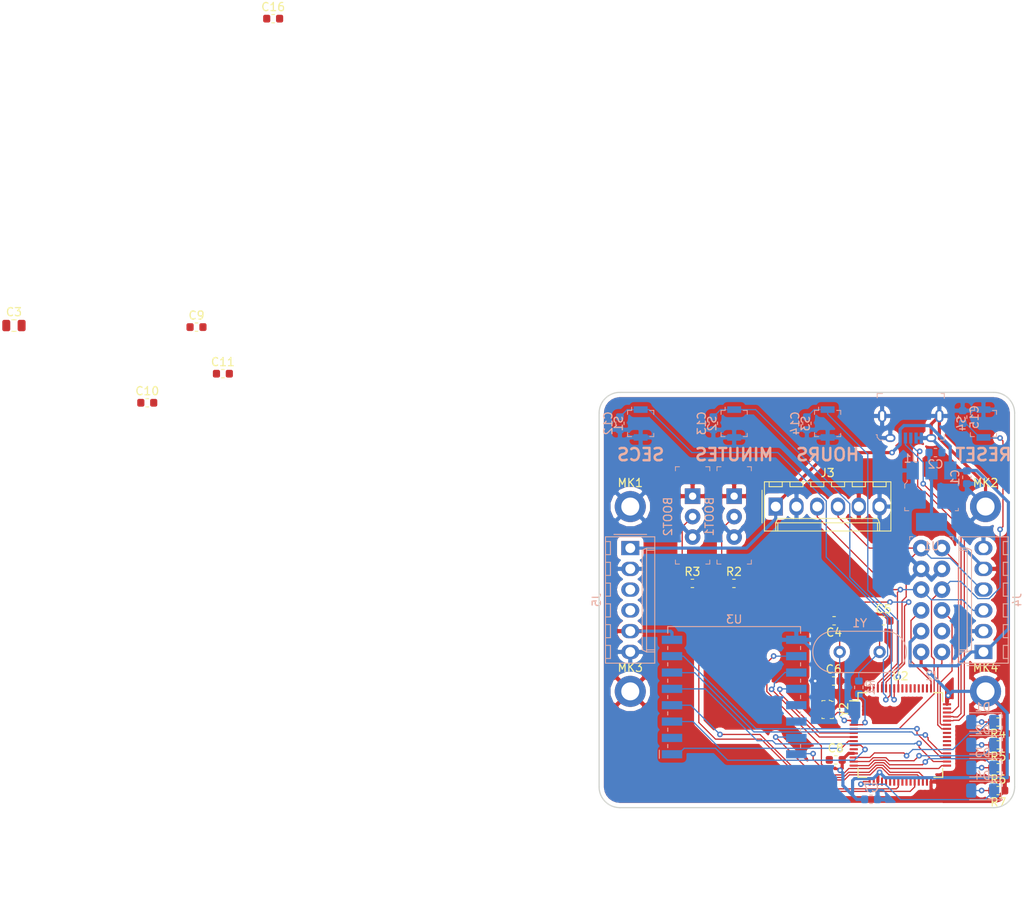
<source format=kicad_pcb>
(kicad_pcb (version 20171130) (host pcbnew "(5.0.0-rc3-dev-2-g101b68b61)")
  (layers (0 F.Cu signal) (31 B.Cu signal) (34 B.Paste user) (35 F.Paste user) (36 B.SilkS user) (37 F.SilkS user) (38 B.Mask user) (39 F.Mask user) (44 Edge.Cuts user))
  (net 0 "")
  (net 1 VDD)
  (net 2 "Net-(BOOT1-Pad2)")
  (net 3 GND)
  (net 4 "Net-(BOOT2-Pad2)")
  (net 5 VCC)
  (net 6 "Net-(C4-Pad1)")
  (net 7 "Net-(C5-Pad1)")
  (net 8 "Net-(C12-Pad1)")
  (net 9 "Net-(C13-Pad1)")
  (net 10 "Net-(C14-Pad1)")
  (net 11 /~RESET)
  (net 12 "Net-(D1-Pad2)")
  (net 13 "Net-(D1-Pad1)")
  (net 14 "Net-(D2-Pad2)")
  (net 15 "Net-(D2-Pad1)")
  (net 16 "Net-(D3-Pad1)")
  (net 17 "Net-(D3-Pad2)")
  (net 18 "Net-(D4-Pad1)")
  (net 19 "Net-(D4-Pad2)")
  (net 20 /SWCLK)
  (net 21 /I2C1_SDA)
  (net 22 /I2C1_SCL)
  (net 23 /SWDIO)
  (net 24 /USART1_RX)
  (net 25 /USART1_TX)
  (net 26 "Net-(R1-Pad1)")
  (net 27 /BOOT0)
  (net 28 /BOOT1)
  (net 29 "Net-(U2-Pad3)")
  (net 30 /ESP_GPIO0)
  (net 31 /ESP_GPIO2)
  (net 32 /ESP_ENABLE)
  (net 33 /ESP_NRST)
  (net 34 /ESP_WAKE)
  (net 35 /USART3_TX)
  (net 36 /USART3_RX)
  (net 37 /SPI2_NSS)
  (net 38 /SPI2_SCK)
  (net 39 /SPI2_MISO)
  (net 40 /SPI2_MOSI)
  (net 41 /USB_D+)
  (net 42 /USB_D-)
  (module Connector_Molex:Molex_KK-254_AE-6410-06A_1x06_P2.54mm_Vertical (layer B.Cu) (at 148.59 107.95 90)
    (fp_text reference J4 (at 6.35 4.12 90) (layer B.SilkS) (effects (justify mirror)))
    (fp_text value Conn_01x06_Male)
    (pad 6 thru_hole oval (at 12.7 0 90) (size 1.74 2.2) (drill 1.2) (layers *.Cu *.Mask) (net 3 GND))
    (pad 5 thru_hole oval (at 10.16 0 90) (size 1.74 2.2) (drill 1.2) (layers *.Cu *.Mask) (net 1 VDD))
    (pad 4 thru_hole oval (at 7.62 0 90) (size 1.74 2.2) (drill 1.2) (layers *.Cu *.Mask) (net 22 /I2C1_SCL))
    (pad 3 thru_hole oval (at 5.08 0 90) (size 1.74 2.2) (drill 1.2) (layers *.Cu *.Mask) (net 21 /I2C1_SDA))
    (pad 2 thru_hole oval (at 2.54 0 90) (size 1.74 2.2) (drill 1.2) (layers *.Cu *.Mask) (net 3 GND))
    (pad 1 thru_hole rect (at 0 0 90) (size 1.74 2.2) (drill 1.2) (layers *.Cu *.Mask) (net 5 VCC))
  )
  (module digikey-footprints:SOT-223 (layer B.Cu) (at 142.24 88.9)
    (fp_text reference U1 (at 0 6.1) (layer B.SilkS) (effects (justify mirror)))
    (fp_text value AP2114H-3_3TRG1)
    (pad 3 smd rect (at 2.3 -3.15) (size 1.5 2.2) (layers B.Cu B.Paste B.Mask) (net 5 VCC))
    (pad 2 smd rect (at 0 -3.15) (size 1.5 2.2) (layers B.Cu B.Paste B.Mask) (net 1 VDD))
    (pad 1 smd rect (at -2.3 -3.15) (size 1.5 2.2) (layers B.Cu B.Paste B.Mask) (net 3 GND))
    (pad 4 smd rect (at 0 3.15) (size 3.8 2.2) (layers B.Cu B.Paste B.Mask) (net 1 VDD))
  )
  (module MountingHole:MountingHole_2.2mm_M2_DIN965_Pad (layer F.Cu) (at 148.844 112.776)
    (fp_text reference MK4 (at 0 -2.9) (layer F.SilkS))
    (fp_text value Mounting_Hole_PAD)
    (pad 1 thru_hole circle (at 0 0) (size 3.8 3.8) (drill 2.2) (layers *.Cu *.Mask) (net 1 VDD))
  )
  (module MountingHole:MountingHole_2.2mm_M2_DIN965_Pad (layer F.Cu) (at 105.41 112.776)
    (fp_text reference MK3 (at 0 -2.9) (layer F.SilkS))
    (fp_text value Mounting_Hole_PAD)
    (pad 1 thru_hole circle (at 0 0) (size 3.8 3.8) (drill 2.2) (layers *.Cu *.Mask) (net 1 VDD))
  )
  (module MountingHole:MountingHole_2.2mm_M2_DIN965_Pad (layer F.Cu) (at 148.844 90.17)
    (fp_text reference MK2 (at 0 -2.9) (layer F.SilkS))
    (fp_text value Mounting_Hole_PAD)
    (pad 1 thru_hole circle (at 0 0) (size 3.8 3.8) (drill 2.2) (layers *.Cu *.Mask) (net 3 GND))
  )
  (module digikey-footprints:Switch_Slide_11.6x4mm_EG1218 (layer B.Cu) (at 118.11 88.9 270)
    (fp_text reference BOOT1 (at 2.49 3.02 270) (layer B.SilkS) (effects (justify mirror)))
    (fp_text value EG1218)
    (pad 1 thru_hole rect (at 0 0 270) (size 1.9 1.9) (drill 0.9) (layers *.Cu *.Mask) (net 1 VDD))
    (pad 2 thru_hole circle (at 2.5 0 270) (size 1.9 1.9) (drill 0.9) (layers *.Cu *.Mask) (net 2 "Net-(BOOT1-Pad2)"))
    (pad 3 thru_hole circle (at 5 0 270) (size 1.9 1.9) (drill 0.9) (layers *.Cu *.Mask) (net 3 GND))
  )
  (module digikey-footprints:Switch_Slide_11.6x4mm_EG1218 (layer B.Cu) (at 113.03 88.9 270)
    (fp_text reference BOOT2 (at 2.49 3.02 270) (layer B.SilkS) (effects (justify mirror)))
    (fp_text value EG1218)
    (pad 3 thru_hole circle (at 5 0 270) (size 1.9 1.9) (drill 0.9) (layers *.Cu *.Mask) (net 3 GND))
    (pad 2 thru_hole circle (at 2.5 0 270) (size 1.9 1.9) (drill 0.9) (layers *.Cu *.Mask) (net 4 "Net-(BOOT2-Pad2)"))
    (pad 1 thru_hole rect (at 0 0 270) (size 1.9 1.9) (drill 0.9) (layers *.Cu *.Mask) (net 1 VDD))
  )
  (module Capacitor_SMD:C_0603_1608Metric (layer B.Cu) (at 146.558 86.5885 270)
    (fp_text reference C1 (at 0 1.43 270) (layer B.SilkS) (effects (justify mirror)))
    (fp_text value 4.7uF)
    (pad 2 smd roundrect (at 0.7875 0 270) (size 0.875 0.95) (layers B.Cu B.Paste B.Mask) (net 3 GND))
    (pad 1 smd roundrect (at -0.7875 0 270) (size 0.875 0.95) (layers B.Cu B.Paste B.Mask) (net 5 VCC))
  )
  (module Capacitor_SMD:C_0603_1608Metric (layer B.Cu) (at 142.7225 83.566)
    (fp_text reference C2 (at 0 1.43) (layer B.SilkS) (effects (justify mirror)))
    (fp_text value 4.7uF)
    (pad 1 smd roundrect (at -0.7875 0) (size 0.875 0.95) (layers B.Cu B.Paste B.Mask) (net 1 VDD))
    (pad 2 smd roundrect (at 0.7875 0) (size 0.875 0.95) (layers B.Cu B.Paste B.Mask) (net 3 GND))
  )
  (module Capacitor_SMD:C_0805_2012Metric (layer F.Cu) (at 30.055001 68.025001)
    (fp_text reference C3 (at 0 -1.65) (layer F.SilkS))
    (fp_text value 10uF)
    (pad 1 smd roundrect (at -0.9375 0) (size 0.975 1.4) (layers F.Cu F.Paste F.Mask) (net 1 VDD))
    (pad 2 smd roundrect (at 0.9375 0) (size 0.975 1.4) (layers F.Cu F.Paste F.Mask) (net 3 GND))
  )
  (module Capacitor_SMD:C_0603_1608Metric (layer F.Cu) (at 130.3275 104.14 180)
    (fp_text reference C4 (at 0 -1.43 180) (layer F.SilkS))
    (fp_text value 20pF)
    (pad 2 smd roundrect (at 0.7875 0 180) (size 0.875 0.95) (layers F.Cu F.Paste F.Mask) (net 3 GND))
    (pad 1 smd roundrect (at -0.7875 0 180) (size 0.875 0.95) (layers F.Cu F.Paste F.Mask) (net 6 "Net-(C4-Pad1)"))
  )
  (module Capacitor_SMD:C_0603_1608Metric (layer F.Cu) (at 136.3725 104.14)
    (fp_text reference C5 (at 0 -1.43) (layer F.SilkS))
    (fp_text value 20pF)
    (pad 1 smd roundrect (at -0.7875 0) (size 0.875 0.95) (layers F.Cu F.Paste F.Mask) (net 7 "Net-(C5-Pad1)"))
    (pad 2 smd roundrect (at 0.7875 0) (size 0.875 0.95) (layers F.Cu F.Paste F.Mask) (net 3 GND))
  )
  (module Capacitor_SMD:C_0603_1608Metric (layer F.Cu) (at 130.2765 111.506)
    (fp_text reference C6 (at 0 -1.43) (layer F.SilkS))
    (fp_text value 100nF)
    (pad 1 smd roundrect (at -0.7875 0) (size 0.875 0.95) (layers F.Cu F.Paste F.Mask) (net 3 GND))
    (pad 2 smd roundrect (at 0.7875 0) (size 0.875 0.95) (layers F.Cu F.Paste F.Mask) (net 1 VDD))
  )
  (module Capacitor_SMD:C_0603_1608Metric (layer B.Cu) (at 134.8485 125.984 180)
    (fp_text reference C7 (at 0 1.43 180) (layer B.SilkS) (effects (justify mirror)))
    (fp_text value 100nF)
    (pad 1 smd roundrect (at -0.7875 0 180) (size 0.875 0.95) (layers B.Cu B.Paste B.Mask) (net 3 GND))
    (pad 2 smd roundrect (at 0.7875 0 180) (size 0.875 0.95) (layers B.Cu B.Paste B.Mask) (net 1 VDD))
  )
  (module Capacitor_SMD:C_0603_1608Metric (layer F.Cu) (at 130.5305 121.158)
    (fp_text reference C8 (at 0 -1.43) (layer F.SilkS))
    (fp_text value 100nF)
    (pad 2 smd roundrect (at 0.7875 0) (size 0.875 0.95) (layers F.Cu F.Paste F.Mask) (net 1 VDD))
    (pad 1 smd roundrect (at -0.7875 0) (size 0.875 0.95) (layers F.Cu F.Paste F.Mask) (net 3 GND))
  )
  (module Capacitor_SMD:C_0603_1608Metric (layer F.Cu) (at 52.375001 68.215001)
    (fp_text reference C9 (at 0 -1.43) (layer F.SilkS))
    (fp_text value 100nF)
    (pad 1 smd roundrect (at -0.7875 0) (size 0.875 0.95) (layers F.Cu F.Paste F.Mask) (net 3 GND))
    (pad 2 smd roundrect (at 0.7875 0) (size 0.875 0.95) (layers F.Cu F.Paste F.Mask) (net 1 VDD))
  )
  (module Capacitor_SMD:C_0603_1608Metric (layer F.Cu) (at 46.355001 77.47)
    (fp_text reference C10 (at 0 -1.43) (layer F.SilkS))
    (fp_text value 100nF)
    (pad 1 smd roundrect (at -0.7875 0) (size 0.875 0.95) (layers F.Cu F.Paste F.Mask) (net 3 GND))
    (pad 2 smd roundrect (at 0.7875 0) (size 0.875 0.95) (layers F.Cu F.Paste F.Mask) (net 1 VDD))
  )
  (module Capacitor_SMD:C_0603_1608Metric (layer F.Cu) (at 55.6005 73.914)
    (fp_text reference C11 (at 0 -1.43) (layer F.SilkS))
    (fp_text value 1uF)
    (pad 2 smd roundrect (at 0.7875 0) (size 0.875 0.95) (layers F.Cu F.Paste F.Mask) (net 1 VDD))
    (pad 1 smd roundrect (at -0.7875 0) (size 0.875 0.95) (layers F.Cu F.Paste F.Mask) (net 3 GND))
  )
  (module Capacitor_SMD:C_0603_1608Metric (layer B.Cu) (at 104.14 79.9845 270)
    (fp_text reference C12 (at 0 1.43 270) (layer B.SilkS) (effects (justify mirror)))
    (fp_text value 100nF)
    (pad 1 smd roundrect (at -0.7875 0 270) (size 0.875 0.95) (layers B.Cu B.Paste B.Mask) (net 8 "Net-(C12-Pad1)"))
    (pad 2 smd roundrect (at 0.7875 0 270) (size 0.875 0.95) (layers B.Cu B.Paste B.Mask) (net 3 GND))
  )
  (module Capacitor_SMD:C_0603_1608Metric (layer B.Cu) (at 115.57 79.9845 270)
    (fp_text reference C13 (at 0 1.43 270) (layer B.SilkS) (effects (justify mirror)))
    (fp_text value 100nF)
    (pad 2 smd roundrect (at 0.7875 0 270) (size 0.875 0.95) (layers B.Cu B.Paste B.Mask) (net 3 GND))
    (pad 1 smd roundrect (at -0.7875 0 270) (size 0.875 0.95) (layers B.Cu B.Paste B.Mask) (net 9 "Net-(C13-Pad1)"))
  )
  (module Capacitor_SMD:C_0603_1608Metric (layer B.Cu) (at 127 79.9845 270)
    (fp_text reference C14 (at 0 1.43 270) (layer B.SilkS) (effects (justify mirror)))
    (fp_text value 100nF)
    (pad 1 smd roundrect (at -0.7875 0 270) (size 0.875 0.95) (layers B.Cu B.Paste B.Mask) (net 10 "Net-(C14-Pad1)"))
    (pad 2 smd roundrect (at 0.7875 0 270) (size 0.875 0.95) (layers B.Cu B.Paste B.Mask) (net 3 GND))
  )
  (module Capacitor_SMD:C_0603_1608Metric (layer B.Cu) (at 146.05 79.2225 90)
    (fp_text reference C15 (at 0 1.43 90) (layer B.SilkS) (effects (justify mirror)))
    (fp_text value 100nF)
    (pad 2 smd roundrect (at 0.7875 0 90) (size 0.875 0.95) (layers B.Cu B.Paste B.Mask) (net 3 GND))
    (pad 1 smd roundrect (at -0.7875 0 90) (size 0.875 0.95) (layers B.Cu B.Paste B.Mask) (net 11 /~RESET))
  )
  (module Capacitor_SMD:C_0603_1608Metric (layer F.Cu) (at 61.7475 30.48)
    (fp_text reference C16 (at 0 -1.43) (layer F.SilkS))
    (fp_text value 1uF)
    (pad 2 smd roundrect (at 0.7875 0) (size 0.875 0.95) (layers F.Cu F.Paste F.Mask) (net 1 VDD))
    (pad 1 smd roundrect (at -0.7875 0) (size 0.875 0.95) (layers F.Cu F.Paste F.Mask) (net 1 VDD))
  )
  (module LED_SMD:LED_1206_3216Metric (layer B.Cu) (at 148.500719 116.528139 180)
    (fp_text reference D1 (at 0 1.82 180) (layer B.SilkS) (effects (justify mirror)))
    (fp_text value LED)
    (pad 2 smd roundrect (at 1.4 0 180) (size 1.25 1.75) (layers B.Cu B.Paste B.Mask) (roundrect_rratio 0.2) (net 12 "Net-(D1-Pad2)"))
    (pad 1 smd roundrect (at -1.4 0 180) (size 1.25 1.75) (layers B.Cu B.Paste B.Mask) (roundrect_rratio 0.2) (net 13 "Net-(D1-Pad1)"))
  )
  (module LED_SMD:LED_1206_3216Metric (layer B.Cu) (at 148.500719 119.322139 180)
    (fp_text reference D2 (at 0 1.82 180) (layer B.SilkS) (effects (justify mirror)))
    (fp_text value LED)
    (pad 2 smd roundrect (at 1.4 0 180) (size 1.25 1.75) (layers B.Cu B.Paste B.Mask) (roundrect_rratio 0.2) (net 14 "Net-(D2-Pad2)"))
    (pad 1 smd roundrect (at -1.4 0 180) (size 1.25 1.75) (layers B.Cu B.Paste B.Mask) (roundrect_rratio 0.2) (net 15 "Net-(D2-Pad1)"))
  )
  (module LED_SMD:LED_1206_3216Metric (layer B.Cu) (at 148.500719 122.116139 180)
    (fp_text reference D3 (at 0 1.82 180) (layer B.SilkS) (effects (justify mirror)))
    (fp_text value LED)
    (pad 1 smd roundrect (at -1.4 0 180) (size 1.25 1.75) (layers B.Cu B.Paste B.Mask) (roundrect_rratio 0.2) (net 16 "Net-(D3-Pad1)"))
    (pad 2 smd roundrect (at 1.4 0 180) (size 1.25 1.75) (layers B.Cu B.Paste B.Mask) (roundrect_rratio 0.2) (net 17 "Net-(D3-Pad2)"))
  )
  (module LED_SMD:LED_1206_3216Metric (layer B.Cu) (at 148.494719 124.910139 180)
    (fp_text reference D4 (at 0 1.82 180) (layer B.SilkS) (effects (justify mirror)))
    (fp_text value LED)
    (pad 1 smd roundrect (at -1.4 0 180) (size 1.25 1.75) (layers B.Cu B.Paste B.Mask) (roundrect_rratio 0.2) (net 18 "Net-(D4-Pad1)"))
    (pad 2 smd roundrect (at 1.4 0 180) (size 1.25 1.75) (layers B.Cu B.Paste B.Mask) (roundrect_rratio 0.2) (net 19 "Net-(D4-Pad2)"))
  )
  (module digikey-footprints:USB_Micro_B_Female_10118194-0001LF (layer B.Cu) (at 139.7 81.788)
    (fp_text reference J1 (at 0 2.5) (layer B.SilkS) (effects (justify mirror)))
    (fp_text value 10118194-0001LF)
    (pad 3 smd rect (at 0 0) (size 0.4 1.35) (layers B.Cu B.Paste B.Mask) (net 41 /USB_D+))
    (pad 4 smd rect (at 0.65 0) (size 0.4 1.35) (layers B.Cu B.Paste B.Mask) (net 3 GND))
    (pad 5 smd rect (at 1.3 0) (size 0.4 1.35) (layers B.Cu B.Paste B.Mask) (net 3 GND))
    (pad 2 smd rect (at -0.65 0) (size 0.4 1.35) (layers B.Cu B.Paste B.Mask) (net 42 /USB_D-))
    (pad 1 smd rect (at -1.3 0) (size 0.4 1.35) (layers B.Cu B.Paste B.Mask) (net 5 VCC))
    (pad SH thru_hole oval (at 2.5 0) (size 1.25 0.95) (drill oval 0.85 0.55) (layers *.Cu *.Mask) (net 3 GND))
    (pad SH thru_hole oval (at -2.5 0) (size 1.25 0.95) (drill oval 0.85 0.55) (layers *.Cu *.Mask) (net 3 GND))
    (pad SH thru_hole oval (at -3.5 -2.7) (size 1 1.55) (drill oval 0.5 1.15) (layers *.Cu *.Mask) (net 3 GND))
    (pad SH thru_hole oval (at 3.5 -2.7) (size 1 1.55) (drill oval 0.5 1.15) (layers *.Cu *.Mask) (net 3 GND))
  )
  (module digikey-footprints:PinHeader_6x2_P2.54mm_Vertical (layer B.Cu) (at 140.97 107.95)
    (fp_text reference J2 (at 1.35 2.93) (layer B.SilkS) (effects (justify mirror)))
    (fp_text value 67996-412HLF)
    (pad 1 thru_hole circle (at 0 0) (size 2.02 2.02) (drill 1.02) (layers *.Cu *.Mask) (net 1 VDD))
    (pad 2 thru_hole circle (at 0 -2.54) (size 2.02 2.02) (drill 1.02) (layers *.Cu *.Mask) (net 5 VCC))
    (pad 3 thru_hole circle (at 0 -5.08) (size 2.02 2.02) (drill 1.02) (layers *.Cu *.Mask) (net 20 /SWCLK))
    (pad 4 thru_hole circle (at 0 -7.62) (size 2.02 2.02) (drill 1.02) (layers *.Cu *.Mask) (net 21 /I2C1_SDA))
    (pad 5 thru_hole circle (at 0 -10.16) (size 2.02 2.02) (drill 1.02) (layers *.Cu *.Mask) (net 3 GND))
    (pad 6 thru_hole circle (at 0 -12.7) (size 2.02 2.02) (drill 1.02) (layers *.Cu *.Mask) (net 22 /I2C1_SCL))
    (pad 7 thru_hole circle (at 2.54 -12.7) (size 2.02 2.02) (drill 1.02) (layers *.Cu *.Mask) (net 23 /SWDIO))
    (pad 8 thru_hole circle (at 2.54 -10.16) (size 2.02 2.02) (drill 1.02) (layers *.Cu *.Mask) (net 3 GND))
    (pad 9 thru_hole circle (at 2.54 -7.62) (size 2.02 2.02) (drill 1.02) (layers *.Cu *.Mask) (net 11 /~RESET))
    (pad 10 thru_hole circle (at 2.54 -5.08) (size 2.02 2.02) (drill 1.02) (layers *.Cu *.Mask) (net 24 /USART1_RX))
    (pad 11 thru_hole circle (at 2.54 -2.54) (size 2.02 2.02) (drill 1.02) (layers *.Cu *.Mask))
    (pad 12 thru_hole circle (at 2.54 0) (size 2.02 2.02) (drill 1.02) (layers *.Cu *.Mask) (net 25 /USART1_TX))
  )
  (module Connector_Molex:Molex_KK-254_AE-6410-06A_1x06_P2.54mm_Vertical (layer F.Cu) (at 123.19 90.17)
    (fp_text reference J3 (at 6.35 -4.12) (layer F.SilkS))
    (fp_text value Conn_01x06_Male)
    (pad 1 thru_hole rect (at 0 0) (size 1.74 2.2) (drill 1.2) (layers *.Cu *.Mask) (net 5 VCC))
    (pad 2 thru_hole oval (at 2.54 0) (size 1.74 2.2) (drill 1.2) (layers *.Cu *.Mask) (net 3 GND))
    (pad 3 thru_hole oval (at 5.08 0) (size 1.74 2.2) (drill 1.2) (layers *.Cu *.Mask) (net 21 /I2C1_SDA))
    (pad 4 thru_hole oval (at 7.62 0) (size 1.74 2.2) (drill 1.2) (layers *.Cu *.Mask) (net 22 /I2C1_SCL))
    (pad 5 thru_hole oval (at 10.16 0) (size 1.74 2.2) (drill 1.2) (layers *.Cu *.Mask) (net 1 VDD))
    (pad 6 thru_hole oval (at 12.7 0) (size 1.74 2.2) (drill 1.2) (layers *.Cu *.Mask) (net 3 GND))
  )
  (module Connector_Molex:Molex_KK-254_AE-6410-06A_1x06_P2.54mm_Vertical (layer B.Cu) (at 105.41 95.25 270)
    (fp_text reference J5 (at 6.35 4.12 270) (layer B.SilkS) (effects (justify mirror)))
    (fp_text value Conn_01x06_Male)
    (pad 1 thru_hole rect (at 0 0 270) (size 1.74 2.2) (drill 1.2) (layers *.Cu *.Mask) (net 5 VCC))
    (pad 2 thru_hole oval (at 2.54 0 270) (size 1.74 2.2) (drill 1.2) (layers *.Cu *.Mask) (net 3 GND))
    (pad 3 thru_hole oval (at 5.08 0 270) (size 1.74 2.2) (drill 1.2) (layers *.Cu *.Mask) (net 21 /I2C1_SDA))
    (pad 4 thru_hole oval (at 7.62 0 270) (size 1.74 2.2) (drill 1.2) (layers *.Cu *.Mask) (net 22 /I2C1_SCL))
    (pad 5 thru_hole oval (at 10.16 0 270) (size 1.74 2.2) (drill 1.2) (layers *.Cu *.Mask) (net 1 VDD))
    (pad 6 thru_hole oval (at 12.7 0 270) (size 1.74 2.2) (drill 1.2) (layers *.Cu *.Mask) (net 3 GND))
  )
  (module Resistor_SMD:R_0603_1608Metric (layer B.Cu) (at 133.35 112.2935 90)
    (fp_text reference R1 (at 0 1.43 90) (layer B.SilkS) (effects (justify mirror)))
    (fp_text value 390)
    (pad 1 smd roundrect (at -0.7875 0 90) (size 0.875 0.95) (layers B.Cu B.Paste B.Mask) (net 26 "Net-(R1-Pad1)"))
    (pad 2 smd roundrect (at 0.7875 0 90) (size 0.875 0.95) (layers B.Cu B.Paste B.Mask) (net 7 "Net-(C5-Pad1)"))
  )
  (module Resistor_SMD:R_0603_1608Metric (layer F.Cu) (at 118.0845 99.568)
    (fp_text reference R2 (at 0 -1.43) (layer F.SilkS))
    (fp_text value 10k)
    (pad 1 smd roundrect (at -0.7875 0) (size 0.875 0.95) (layers F.Cu F.Paste F.Mask) (net 2 "Net-(BOOT1-Pad2)"))
    (pad 2 smd roundrect (at 0.7875 0) (size 0.875 0.95) (layers F.Cu F.Paste F.Mask) (net 27 /BOOT0))
  )
  (module Resistor_SMD:R_0603_1608Metric (layer F.Cu) (at 113.0045 99.568)
    (fp_text reference R3 (at 0 -1.43) (layer F.SilkS))
    (fp_text value 10k)
    (pad 2 smd roundrect (at 0.7875 0) (size 0.875 0.95) (layers F.Cu F.Paste F.Mask) (net 28 /BOOT1))
    (pad 1 smd roundrect (at -0.7875 0) (size 0.875 0.95) (layers F.Cu F.Paste F.Mask) (net 4 "Net-(BOOT2-Pad2)"))
  )
  (module Package_QFP:LQFP-64_10x10mm_P0.5mm (layer F.Cu) (at 138.43 118.11)
    (fp_text reference U2 (at 0 -7.2) (layer F.SilkS))
    (fp_text value STM32L152RETx)
    (pad 1 smd rect (at -5.7 -3.75) (size 1 0.25) (layers F.Cu F.Paste F.Mask))
    (pad 2 smd rect (at -5.7 -3.25) (size 1 0.25) (layers F.Cu F.Paste F.Mask))
    (pad 3 smd rect (at -5.7 -2.75) (size 1 0.25) (layers F.Cu F.Paste F.Mask) (net 29 "Net-(U2-Pad3)"))
    (pad 4 smd rect (at -5.7 -2.25) (size 1 0.25) (layers F.Cu F.Paste F.Mask))
    (pad 5 smd rect (at -5.7 -1.75) (size 1 0.25) (layers F.Cu F.Paste F.Mask) (net 6 "Net-(C4-Pad1)"))
    (pad 6 smd rect (at -5.7 -1.25) (size 1 0.25) (layers F.Cu F.Paste F.Mask) (net 26 "Net-(R1-Pad1)"))
    (pad 7 smd rect (at -5.7 -0.75) (size 1 0.25) (layers F.Cu F.Paste F.Mask) (net 11 /~RESET))
    (pad 8 smd rect (at -5.7 -0.25) (size 1 0.25) (layers F.Cu F.Paste F.Mask) (net 30 /ESP_GPIO0))
    (pad 9 smd rect (at -5.7 0.25) (size 1 0.25) (layers F.Cu F.Paste F.Mask) (net 31 /ESP_GPIO2))
    (pad 10 smd rect (at -5.7 0.75) (size 1 0.25) (layers F.Cu F.Paste F.Mask) (net 32 /ESP_ENABLE))
    (pad 11 smd rect (at -5.7 1.25) (size 1 0.25) (layers F.Cu F.Paste F.Mask) (net 33 /ESP_NRST))
    (pad 12 smd rect (at -5.7 1.75) (size 1 0.25) (layers F.Cu F.Paste F.Mask) (net 3 GND))
    (pad 13 smd rect (at -5.7 2.25) (size 1 0.25) (layers F.Cu F.Paste F.Mask) (net 1 VDD))
    (pad 14 smd rect (at -5.7 2.75) (size 1 0.25) (layers F.Cu F.Paste F.Mask) (net 13 "Net-(D1-Pad1)"))
    (pad 15 smd rect (at -5.7 3.25) (size 1 0.25) (layers F.Cu F.Paste F.Mask) (net 15 "Net-(D2-Pad1)"))
    (pad 16 smd rect (at -5.7 3.75) (size 1 0.25) (layers F.Cu F.Paste F.Mask) (net 16 "Net-(D3-Pad1)"))
    (pad 17 smd rect (at -3.75 5.7 90) (size 1 0.25) (layers F.Cu F.Paste F.Mask) (net 18 "Net-(D4-Pad1)"))
    (pad 18 smd rect (at -3.25 5.7 90) (size 1 0.25) (layers F.Cu F.Paste F.Mask) (net 3 GND))
    (pad 19 smd rect (at -2.75 5.7 90) (size 1 0.25) (layers F.Cu F.Paste F.Mask) (net 1 VDD))
    (pad 20 smd rect (at -2.25 5.7 90) (size 1 0.25) (layers F.Cu F.Paste F.Mask))
    (pad 21 smd rect (at -1.75 5.7 90) (size 1 0.25) (layers F.Cu F.Paste F.Mask))
    (pad 22 smd rect (at -1.25 5.7 90) (size 1 0.25) (layers F.Cu F.Paste F.Mask))
    (pad 23 smd rect (at -0.75 5.7 90) (size 1 0.25) (layers F.Cu F.Paste F.Mask))
    (pad 24 smd rect (at -0.25 5.7 90) (size 1 0.25) (layers F.Cu F.Paste F.Mask) (net 34 /ESP_WAKE))
    (pad 25 smd rect (at 0.25 5.7 90) (size 1 0.25) (layers F.Cu F.Paste F.Mask))
    (pad 26 smd rect (at 0.75 5.7 90) (size 1 0.25) (layers F.Cu F.Paste F.Mask))
    (pad 27 smd rect (at 1.25 5.7 90) (size 1 0.25) (layers F.Cu F.Paste F.Mask))
    (pad 28 smd rect (at 1.75 5.7 90) (size 1 0.25) (layers F.Cu F.Paste F.Mask) (net 28 /BOOT1))
    (pad 29 smd rect (at 2.25 5.7 90) (size 1 0.25) (layers F.Cu F.Paste F.Mask) (net 35 /USART3_TX))
    (pad 30 smd rect (at 2.75 5.7 90) (size 1 0.25) (layers F.Cu F.Paste F.Mask) (net 36 /USART3_RX))
    (pad 31 smd rect (at 3.25 5.7 90) (size 1 0.25) (layers F.Cu F.Paste F.Mask) (net 3 GND))
    (pad 32 smd rect (at 3.75 5.7 90) (size 1 0.25) (layers F.Cu F.Paste F.Mask) (net 1 VDD))
    (pad 33 smd rect (at 5.7 3.75) (size 1 0.25) (layers F.Cu F.Paste F.Mask) (net 37 /SPI2_NSS))
    (pad 34 smd rect (at 5.7 3.25) (size 1 0.25) (layers F.Cu F.Paste F.Mask) (net 38 /SPI2_SCK))
    (pad 35 smd rect (at 5.7 2.75) (size 1 0.25) (layers F.Cu F.Paste F.Mask) (net 39 /SPI2_MISO))
    (pad 36 smd rect (at 5.7 2.25) (size 1 0.25) (layers F.Cu F.Paste F.Mask) (net 40 /SPI2_MOSI))
    (pad 37 smd rect (at 5.7 1.75) (size 1 0.25) (layers F.Cu F.Paste F.Mask))
    (pad 38 smd rect (at 5.7 1.25) (size 1 0.25) (layers F.Cu F.Paste F.Mask))
    (pad 39 smd rect (at 5.7 0.75) (size 1 0.25) (layers F.Cu F.Paste F.Mask))
    (pad 40 smd rect (at 5.7 0.25) (size 1 0.25) (layers F.Cu F.Paste F.Mask))
    (pad 41 smd rect (at 5.7 -0.25) (size 1 0.25) (layers F.Cu F.Paste F.Mask))
    (pad 42 smd rect (at 5.7 -0.75) (size 1 0.25) (layers F.Cu F.Paste F.Mask) (net 25 /USART1_TX))
    (pad 43 smd rect (at 5.7 -1.25) (size 1 0.25) (layers F.Cu F.Paste F.Mask) (net 24 /USART1_RX))
    (pad 44 smd rect (at 5.7 -1.75) (size 1 0.25) (layers F.Cu F.Paste F.Mask) (net 42 /USB_D-))
    (pad 45 smd rect (at 5.7 -2.25) (size 1 0.25) (layers F.Cu F.Paste F.Mask) (net 41 /USB_D+))
    (pad 46 smd rect (at 5.7 -2.75) (size 1 0.25) (layers F.Cu F.Paste F.Mask) (net 23 /SWDIO))
    (pad 47 smd rect (at 5.7 -3.25) (size 1 0.25) (layers F.Cu F.Paste F.Mask) (net 3 GND))
    (pad 48 smd rect (at 5.7 -3.75) (size 1 0.25) (layers F.Cu F.Paste F.Mask) (net 1 VDD))
    (pad 49 smd rect (at 3.75 -5.7 90) (size 1 0.25) (layers F.Cu F.Paste F.Mask) (net 20 /SWCLK))
    (pad 50 smd rect (at 3.25 -5.7 90) (size 1 0.25) (layers F.Cu F.Paste F.Mask))
    (pad 51 smd rect (at 2.75 -5.7 90) (size 1 0.25) (layers F.Cu F.Paste F.Mask))
    (pad 52 smd rect (at 2.25 -5.7 90) (size 1 0.25) (layers F.Cu F.Paste F.Mask))
    (pad 53 smd rect (at 1.75 -5.7 90) (size 1 0.25) (layers F.Cu F.Paste F.Mask))
    (pad 54 smd rect (at 1.25 -5.7 90) (size 1 0.25) (layers F.Cu F.Paste F.Mask))
    (pad 55 smd rect (at 0.75 -5.7 90) (size 1 0.25) (layers F.Cu F.Paste F.Mask))
    (pad 56 smd rect (at 0.25 -5.7 90) (size 1 0.25) (layers F.Cu F.Paste F.Mask))
    (pad 57 smd rect (at -0.25 -5.7 90) (size 1 0.25) (layers F.Cu F.Paste F.Mask) (net 10 "Net-(C14-Pad1)"))
    (pad 58 smd rect (at -0.75 -5.7 90) (size 1 0.25) (layers F.Cu F.Paste F.Mask) (net 9 "Net-(C13-Pad1)"))
    (pad 59 smd rect (at -1.25 -5.7 90) (size 1 0.25) (layers F.Cu F.Paste F.Mask) (net 8 "Net-(C12-Pad1)"))
    (pad 60 smd rect (at -1.75 -5.7 90) (size 1 0.25) (layers F.Cu F.Paste F.Mask) (net 27 /BOOT0))
    (pad 61 smd rect (at -2.25 -5.7 90) (size 1 0.25) (layers F.Cu F.Paste F.Mask) (net 22 /I2C1_SCL))
    (pad 62 smd rect (at -2.75 -5.7 90) (size 1 0.25) (layers F.Cu F.Paste F.Mask) (net 21 /I2C1_SDA))
    (pad 63 smd rect (at -3.25 -5.7 90) (size 1 0.25) (layers F.Cu F.Paste F.Mask) (net 3 GND))
    (pad 64 smd rect (at -3.75 -5.7 90) (size 1 0.25) (layers F.Cu F.Paste F.Mask) (net 1 VDD))
  )
  (module RF_Module:ESP-07 (layer B.Cu) (at 118.11 115.57)
    (fp_text reference U3 (at 0 -11.6) (layer B.SilkS) (effects (justify mirror)))
    (fp_text value ESP-07)
    (pad 16 smd rect (at 7.6 4.9) (size 2.5 1) (layers B.Cu B.Paste B.Mask) (net 36 /USART3_RX))
    (pad 15 smd rect (at 7.6 2.9) (size 2.5 1) (layers B.Cu B.Paste B.Mask) (net 35 /USART3_TX))
    (pad 14 smd rect (at 7.6 0.9) (size 2.5 1) (layers B.Cu B.Paste B.Mask))
    (pad 13 smd rect (at 7.6 -1.1) (size 2.5 1) (layers B.Cu B.Paste B.Mask))
    (pad 12 smd rect (at 7.6 -3.1) (size 2.5 1) (layers B.Cu B.Paste B.Mask) (net 30 /ESP_GPIO0))
    (pad 11 smd rect (at 7.6 -5.1) (size 2.5 1) (layers B.Cu B.Paste B.Mask) (net 31 /ESP_GPIO2))
    (pad 10 smd rect (at 7.6 -7.1) (size 2.5 1) (layers B.Cu B.Paste B.Mask) (net 37 /SPI2_NSS))
    (pad 9 smd rect (at 7.6 -9.1) (size 2.5 1) (layers B.Cu B.Paste B.Mask) (net 3 GND))
    (pad 8 smd rect (at -7.6 -9.1) (size 2.5 1) (layers B.Cu B.Paste B.Mask) (net 1 VDD))
    (pad 7 smd rect (at -7.6 -7.1) (size 2.5 1) (layers B.Cu B.Paste B.Mask) (net 39 /SPI2_MISO))
    (pad 6 smd rect (at -7.6 -5.1) (size 2.5 1) (layers B.Cu B.Paste B.Mask) (net 40 /SPI2_MOSI))
    (pad 5 smd rect (at -7.6 -3.1) (size 2.5 1) (layers B.Cu B.Paste B.Mask) (net 38 /SPI2_SCK))
    (pad 4 smd rect (at -7.6 -1.1) (size 2.5 1) (layers B.Cu B.Paste B.Mask) (net 34 /ESP_WAKE))
    (pad 3 smd rect (at -7.6 0.9) (size 2.5 1) (layers B.Cu B.Paste B.Mask) (net 32 /ESP_ENABLE))
    (pad 2 smd rect (at -7.6 2.9) (size 2.5 1) (layers B.Cu B.Paste B.Mask))
    (pad 1 smd rect (at -7.6 4.9) (size 2.5 1) (layers B.Cu B.Paste B.Mask) (net 33 /ESP_NRST))
  )
  (module Crystal:Crystal_HC49-4H_Vertical (layer B.Cu) (at 135.89 107.95 180)
    (fp_text reference Y1 (at 2.44 3.525 180) (layer B.SilkS) (effects (justify mirror)))
    (fp_text value 8MHz)
    (pad 1 thru_hole circle (at 0 0 180) (size 1.5 1.5) (drill 0.8) (layers *.Cu *.Mask) (net 7 "Net-(C5-Pad1)"))
    (pad 2 thru_hole circle (at 4.88 0 180) (size 1.5 1.5) (drill 0.8) (layers *.Cu *.Mask) (net 6 "Net-(C4-Pad1)"))
  )
  (module digikey-footprints:Oscillator_MEMS_SIT1533AI-H4-DCC-32.768E (layer F.Cu) (at 129.54 115 270)
    (fp_text reference Y2 (at 0 -2 270) (layer F.SilkS))
    (fp_text value SIT1533AI-H4-DCC-32_768E)
    (pad 1 smd rect (at -0.7 0 270) (size 0.4 1.4) (layers F.Cu F.Paste F.Mask))
    (pad 3 smd rect (at 0.7 0 270) (size 0.4 1.4) (layers F.Cu F.Paste F.Mask) (net 29 "Net-(U2-Pad3)"))
    (pad 2 smd rect (at -0.1 0.45 270) (size 0.2 0.5) (layers F.Cu F.Paste F.Mask) (net 3 GND))
    (pad 4 smd rect (at 0.1 -0.45 270) (size 0.2 0.5) (layers F.Cu F.Paste F.Mask) (net 1 VDD))
  )
  (module digikey-footprints:Switch_Tactile_SMD_B3U-1000P (layer B.Cu) (at 106.68 80.01 270)
    (fp_text reference S1 (at 0 2.7 270) (layer B.SilkS) (effects (justify mirror)))
    (fp_text value B3U-1000P)
    (pad 1 smd rect (at -1.7 0 270) (size 0.8 1.7) (layers B.Cu B.Paste B.Mask) (net 8 "Net-(C12-Pad1)"))
    (pad 2 smd rect (at 1.7 0 270) (size 0.8 1.7) (layers B.Cu B.Paste B.Mask) (net 3 GND))
  )
  (module digikey-footprints:Switch_Tactile_SMD_B3U-1000P (layer B.Cu) (at 118.11 80.01 270)
    (fp_text reference S2 (at 0 2.7 270) (layer B.SilkS) (effects (justify mirror)))
    (fp_text value B3U-1000P)
    (pad 2 smd rect (at 1.7 0 270) (size 0.8 1.7) (layers B.Cu B.Paste B.Mask) (net 3 GND))
    (pad 1 smd rect (at -1.7 0 270) (size 0.8 1.7) (layers B.Cu B.Paste B.Mask) (net 9 "Net-(C13-Pad1)"))
  )
  (module digikey-footprints:Switch_Tactile_SMD_B3U-1000P (layer B.Cu) (at 129.54 80.01 270)
    (fp_text reference S3 (at 0 2.7 270) (layer B.SilkS) (effects (justify mirror)))
    (fp_text value B3U-1000P)
    (pad 1 smd rect (at -1.7 0 270) (size 0.8 1.7) (layers B.Cu B.Paste B.Mask) (net 10 "Net-(C14-Pad1)"))
    (pad 2 smd rect (at 1.7 0 270) (size 0.8 1.7) (layers B.Cu B.Paste B.Mask) (net 3 GND))
  )
  (module MountingHole:MountingHole_2.2mm_M2_DIN965_Pad (layer F.Cu) (at 105.41 90.17)
    (fp_text reference MK1 (at 0 -2.9) (layer F.SilkS))
    (fp_text value Mounting_Hole_PAD)
    (pad 1 thru_hole circle (at 0 0) (size 3.8 3.8) (drill 2.2) (layers *.Cu *.Mask) (net 3 GND))
  )
  (module digikey-footprints:Switch_Tactile_SMD_B3U-1000P (layer B.Cu) (at 148.59 80.01 270)
    (fp_text reference S4 (at 0 2.7 270) (layer B.SilkS) (effects (justify mirror)))
    (fp_text value B3U-1000P)
    (pad 1 smd rect (at -1.7 0 270) (size 0.8 1.7) (layers B.Cu B.Paste B.Mask) (net 3 GND))
    (pad 2 smd rect (at 1.7 0 270) (size 0.8 1.7) (layers B.Cu B.Paste B.Mask) (net 11 /~RESET))
  )
  (module Resistor_SMD:R_0603_1608Metric (layer F.Cu) (at 150.377219 116.528139 180)
    (fp_text reference R4 (at 0 -1.43 180) (layer F.SilkS))
    (fp_text value R)
    (pad 2 smd roundrect (at 0.7875 0 180) (size 0.875 0.95) (layers F.Cu F.Paste F.Mask) (net 12 "Net-(D1-Pad2)"))
    (pad 1 smd roundrect (at -0.7875 0 180) (size 0.875 0.95) (layers F.Cu F.Paste F.Mask) (net 1 VDD))
  )
  (module Resistor_SMD:R_0603_1608Metric (layer F.Cu) (at 150.402719 119.322139 180)
    (fp_text reference R5 (at 0 -1.43 180) (layer F.SilkS))
    (fp_text value R)
    (pad 1 smd roundrect (at -0.7875 0 180) (size 0.875 0.95) (layers F.Cu F.Paste F.Mask) (net 1 VDD))
    (pad 2 smd roundrect (at 0.7875 0 180) (size 0.875 0.95) (layers F.Cu F.Paste F.Mask) (net 14 "Net-(D2-Pad2)"))
  )
  (module Resistor_SMD:R_0603_1608Metric (layer F.Cu) (at 150.402719 122.116139 180)
    (fp_text reference R6 (at 0 -1.43 180) (layer F.SilkS))
    (fp_text value R)
    (pad 2 smd roundrect (at 0.7875 0 180) (size 0.875 0.95) (layers F.Cu F.Paste F.Mask) (net 17 "Net-(D3-Pad2)"))
    (pad 1 smd roundrect (at -0.7875 0 180) (size 0.875 0.95) (layers F.Cu F.Paste F.Mask) (net 1 VDD))
  )
  (module Resistor_SMD:R_0603_1608Metric (layer F.Cu) (at 150.402719 124.910139 180)
    (fp_text reference R7 (at 0 -1.43 180) (layer F.SilkS))
    (fp_text value R)
    (pad 1 smd roundrect (at -0.7875 0 180) (size 0.875 0.95) (layers F.Cu F.Paste F.Mask) (net 1 VDD))
    (pad 2 smd roundrect (at 0.7875 0 180) (size 0.875 0.95) (layers F.Cu F.Paste F.Mask) (net 19 "Net-(D4-Pad2)"))
  )
  (gr_text HOURS (at 129.54 83.82) (layer B.SilkS) (effects (font (size 1.5 1.5) (thickness 0.3)) (justify mirror)))
  (gr_text MINUTES (at 118.11 83.82) (layer B.SilkS) (effects (font (size 1.5 1.5) (thickness 0.3)) (justify mirror)))
  (gr_text SECS (at 106.68 83.82) (layer B.SilkS) (effects (font (size 1.5 1.5) (thickness 0.3)) (justify mirror)))
  (gr_text RESET (at 148.59 83.82) (layer B.SilkS) (effects (font (size 1.5 1.5) (thickness 0.3)) (justify mirror)))
  (gr_arc (start 149.86 124.46) (end 149.86 127) (angle -90) (layer Edge.Cuts) (width 0.15))
  (gr_arc (start 104.14 124.46) (end 101.6 124.46) (angle -90) (layer Edge.Cuts) (width 0.15))
  (gr_arc (start 104.14 78.74) (end 104.14 76.2) (angle -90) (layer Edge.Cuts) (width 0.15))
  (gr_arc (start 149.86 78.74) (end 152.4 78.74) (angle -90) (layer Edge.Cuts) (width 0.15))
  (gr_line (start 101.6 124.46) (end 101.6 78.74) (layer Edge.Cuts) (width 0.15))
  (gr_line (start 149.86 127) (end 104.14 127) (layer Edge.Cuts) (width 0.15))
  (gr_line (start 152.4 78.74) (end 152.4 124.46) (layer Edge.Cuts) (width 0.15))
  (gr_line (start 104.14 76.2) (end 149.86 76.2) (layer Edge.Cuts) (width 0.15))
  (segment (start 142.24 87.23608) (end 142.24 92.05) (width 0.38608) (layer B.Cu) (net 1))
  (segment (start 142.24 85.75) (end 142.24 87.23608) (width 0.38608) (layer B.Cu) (net 1))
  (segment (start 151.190219 124.910139) (end 151.190219 122.116139) (width 0.38608) (layer F.Cu) (net 1))
  (segment (start 151.190219 119.322139) (end 151.190219 122.116139) (width 0.38608) (layer F.Cu) (net 1))
  (segment (start 151.190219 116.553639) (end 151.164719 116.528139) (width 0.38608) (layer F.Cu) (net 1))
  (segment (start 151.190219 119.322139) (end 151.190219 116.553639) (width 0.38608) (layer F.Cu) (net 1))
  (segment (start 151.164719 115.096719) (end 148.844 112.776) (width 0.38608) (layer F.Cu) (net 1))
  (segment (start 151.164719 116.528139) (end 151.164719 115.096719) (width 0.38608) (layer F.Cu) (net 1))
  (segment (start 148.59 97.6) (end 148.59 97.79) (width 0.38608) (layer B.Cu) (net 1))
  (segment (start 143.04 92.05) (end 148.59 97.6) (width 0.38608) (layer B.Cu) (net 1))
  (segment (start 142.24 92.05) (end 143.04 92.05) (width 0.38608) (layer B.Cu) (net 1))
  (segment (start 110.51 105.58392) (end 110.51 106.47) (width 0.38608) (layer B.Cu) (net 1))
  (segment (start 110.33608 105.41) (end 110.51 105.58392) (width 0.38608) (layer B.Cu) (net 1))
  (segment (start 105.41 105.41) (end 110.33608 105.41) (width 0.38608) (layer B.Cu) (net 1))
  (segment (start 134.16892 112.41) (end 134.68 112.41) (width 0.38608) (layer F.Cu) (net 1))
  (segment (start 132.83 112.41) (end 134.16892 112.41) (width 0.38608) (layer F.Cu) (net 1))
  (segment (start 130.14 115.1) (end 132.83 112.41) (width 0.38608) (layer F.Cu) (net 1))
  (segment (start 129.99 115.1) (end 130.14 115.1) (width 0.38608) (layer F.Cu) (net 1))
  (segment (start 131.926 111.506) (end 132.83 112.41) (width 0.38608) (layer F.Cu) (net 1))
  (segment (start 131.064 111.506) (end 131.926 111.506) (width 0.38608) (layer F.Cu) (net 1))
  (segment (start 135.68 122.892) (end 135.89 122.682) (width 0.38608) (layer F.Cu) (net 1))
  (segment (start 135.68 123.81) (end 135.68 122.892) (width 0.38608) (layer F.Cu) (net 1))
  (via (at 135.89 122.682) (size 0.6858) (drill 0.3302) (layers F.Cu B.Cu) (net 1))
  (segment (start 135.89 122.682) (end 135.128 123.444) (width 0.38608) (layer B.Cu) (net 1))
  (segment (start 135.128 123.444) (end 132.842 123.444) (width 0.38608) (layer B.Cu) (net 1))
  (segment (start 132.842 123.444) (end 132.588 123.698) (width 0.38608) (layer B.Cu) (net 1))
  (segment (start 132.588 123.698) (end 132.588 125.476) (width 0.38608) (layer B.Cu) (net 1))
  (segment (start 132.588 125.476) (end 133.096 125.984) (width 0.38608) (layer B.Cu) (net 1))
  (segment (start 133.096 125.984) (end 134.061 125.984) (width 0.38608) (layer B.Cu) (net 1))
  (segment (start 132.116 120.36) (end 132.73 120.36) (width 0.38608) (layer F.Cu) (net 1))
  (segment (start 131.318 121.158) (end 132.116 120.36) (width 0.38608) (layer F.Cu) (net 1))
  (segment (start 131.318 122.174) (end 131.064 122.428) (width 0.38608) (layer F.Cu) (net 1))
  (segment (start 131.318 121.158) (end 131.318 122.174) (width 0.38608) (layer F.Cu) (net 1))
  (via (at 131.064 122.428) (size 0.6858) (drill 0.3302) (layers F.Cu B.Cu) (net 1))
  (segment (start 131.406899 122.770899) (end 131.406899 124.294899) (width 0.38608) (layer B.Cu) (net 1))
  (segment (start 131.406899 124.294899) (end 132.588 125.476) (width 0.38608) (layer B.Cu) (net 1))
  (segment (start 131.064 122.428) (end 131.406899 122.770899) (width 0.38608) (layer B.Cu) (net 1))
  (segment (start 142.18 124.69608) (end 143.72192 126.238) (width 0.38608) (layer F.Cu) (net 1))
  (segment (start 142.18 123.81) (end 142.18 124.69608) (width 0.38608) (layer F.Cu) (net 1))
  (segment (start 149.862358 126.238) (end 151.190219 124.910139) (width 0.38608) (layer F.Cu) (net 1))
  (segment (start 143.72192 126.238) (end 149.862358 126.238) (width 0.38608) (layer F.Cu) (net 1))
  (via (at 144.272 113.284) (size 0.6858) (drill 0.3302) (layers F.Cu B.Cu) (net 1))
  (segment (start 144.13 113.426) (end 144.272 113.284) (width 0.38608) (layer F.Cu) (net 1))
  (segment (start 144.13 114.36) (end 144.13 113.426) (width 0.38608) (layer F.Cu) (net 1))
  (segment (start 144.78 112.776) (end 148.844 112.776) (width 0.38608) (layer B.Cu) (net 1))
  (segment (start 144.272 113.284) (end 144.78 112.776) (width 0.38608) (layer B.Cu) (net 1))
  (segment (start 136.544589 123.336589) (end 151.491411 123.336589) (width 0.38608) (layer B.Cu) (net 1))
  (segment (start 135.89 122.682) (end 136.544589 123.336589) (width 0.38608) (layer B.Cu) (net 1))
  (segment (start 151.491411 115.423411) (end 148.844 112.776) (width 0.38608) (layer B.Cu) (net 1))
  (segment (start 151.491411 123.336589) (end 151.491411 115.423411) (width 0.38608) (layer B.Cu) (net 1))
  (segment (start 141.935 85.445) (end 142.24 85.75) (width 0.38608) (layer B.Cu) (net 1))
  (segment (start 141.935 83.566) (end 141.935 85.445) (width 0.38608) (layer B.Cu) (net 1))
  (segment (start 140.97 109.474) (end 141.986 110.49) (width 0.38608) (layer F.Cu) (net 1))
  (via (at 141.986 110.49) (size 0.6858) (drill 0.3302) (layers F.Cu B.Cu) (net 1))
  (segment (start 140.97 107.95) (end 140.97 109.474) (width 0.38608) (layer F.Cu) (net 1))
  (segment (start 144.272 112.776) (end 144.272 113.284) (width 0.38608) (layer B.Cu) (net 1))
  (segment (start 141.986 110.49) (end 144.272 112.776) (width 0.38608) (layer B.Cu) (net 1))
  (segment (start 117.297 98.993) (end 116.586 98.282) (width 0.1524) (layer F.Cu) (net 2))
  (segment (start 117.297 99.568) (end 117.297 98.993) (width 0.1524) (layer F.Cu) (net 2))
  (segment (start 116.586 92.924) (end 118.11 91.4) (width 0.1524) (layer F.Cu) (net 2))
  (segment (start 116.586 98.282) (end 116.586 92.924) (width 0.1524) (layer F.Cu) (net 2))
  (via (at 128.016 111.506) (size 0.6858) (drill 0.3302) (layers F.Cu B.Cu) (net 3))
  (segment (start 128.016 114.46208) (end 128.016 111.506) (width 0.38608) (layer F.Cu) (net 3))
  (segment (start 128.45392 114.9) (end 128.016 114.46208) (width 0.38608) (layer F.Cu) (net 3))
  (segment (start 129.09 114.9) (end 128.45392 114.9) (width 0.38608) (layer F.Cu) (net 3))
  (segment (start 126.46 106.47) (end 125.71 106.47) (width 0.38608) (layer B.Cu) (net 3))
  (segment (start 128.016 108.026) (end 126.46 106.47) (width 0.38608) (layer B.Cu) (net 3))
  (segment (start 128.016 111.506) (end 128.016 108.026) (width 0.38608) (layer B.Cu) (net 3))
  (segment (start 128.016 105.664) (end 129.54 104.14) (width 0.38608) (layer F.Cu) (net 3))
  (segment (start 128.016 111.506) (end 128.016 105.664) (width 0.38608) (layer F.Cu) (net 3))
  (segment (start 130.001612 103.678388) (end 129.54 104.14) (width 0.38608) (layer F.Cu) (net 3))
  (segment (start 130.36045 103.31955) (end 130.001612 103.678388) (width 0.38608) (layer F.Cu) (net 3))
  (segment (start 136.33955 103.31955) (end 130.36045 103.31955) (width 0.38608) (layer F.Cu) (net 3))
  (segment (start 137.16 104.14) (end 136.33955 103.31955) (width 0.38608) (layer F.Cu) (net 3))
  (segment (start 129.489 111.506) (end 128.016 111.506) (width 0.38608) (layer F.Cu) (net 3))
  (segment (start 142.2 80.088) (end 143.2 79.088) (width 0.38608) (layer F.Cu) (net 3))
  (segment (start 142.2 81.788) (end 142.2 80.088) (width 0.38608) (layer F.Cu) (net 3))
  (segment (start 143.51 83.098) (end 142.2 81.788) (width 0.38608) (layer B.Cu) (net 3))
  (segment (start 143.51 83.566) (end 143.51 83.098) (width 0.38608) (layer B.Cu) (net 3))
  (segment (start 146.558 87.884) (end 148.844 90.17) (width 0.38608) (layer B.Cu) (net 3))
  (segment (start 146.558 87.376) (end 146.558 87.884) (width 0.38608) (layer B.Cu) (net 3))
  (segment (start 148.844 90.17) (end 148.844 87.482995) (width 0.38608) (layer F.Cu) (net 3))
  (segment (start 143.2 81.838995) (end 143.2 79.088) (width 0.38608) (layer F.Cu) (net 3))
  (segment (start 148.844 87.482995) (end 143.2 81.838995) (width 0.38608) (layer F.Cu) (net 3))
  (segment (start 140.35 81.788) (end 141 81.788) (width 0.38608) (layer B.Cu) (net 3))
  (segment (start 111.755388 92.674612) (end 112.080001 92.349999) (width 0.1524) (layer F.Cu) (net 4))
  (segment (start 112.080001 92.349999) (end 113.03 91.4) (width 0.1524) (layer F.Cu) (net 4))
  (segment (start 111.755388 99.106388) (end 111.755388 92.674612) (width 0.1524) (layer F.Cu) (net 4))
  (segment (start 112.217 99.568) (end 111.755388 99.106388) (width 0.1524) (layer F.Cu) (net 4))
  (segment (start 144.54 84.26392) (end 144.526 84.24992) (width 0.38608) (layer B.Cu) (net 5))
  (segment (start 144.54 85.75) (end 144.54 84.26392) (width 0.38608) (layer B.Cu) (net 5))
  (segment (start 144.526 82.803709) (end 141.986291 80.264) (width 0.38608) (layer B.Cu) (net 5))
  (segment (start 144.526 84.24992) (end 144.526 82.803709) (width 0.38608) (layer B.Cu) (net 5))
  (segment (start 138.86292 80.264) (end 138.4 80.72692) (width 0.38608) (layer B.Cu) (net 5))
  (segment (start 138.4 80.72692) (end 138.4 81.788) (width 0.38608) (layer B.Cu) (net 5))
  (segment (start 141.986291 80.264) (end 138.86292 80.264) (width 0.38608) (layer B.Cu) (net 5))
  (segment (start 139.614559 106.765441) (end 139.614559 109.642559) (width 0.38608) (layer B.Cu) (net 5))
  (segment (start 140.97 105.41) (end 139.614559 106.765441) (width 0.38608) (layer B.Cu) (net 5))
  (segment (start 147.10392 107.95) (end 148.59 107.95) (width 0.38608) (layer B.Cu) (net 5))
  (segment (start 145.411361 109.642559) (end 147.10392 107.95) (width 0.38608) (layer B.Cu) (net 5))
  (segment (start 139.614559 109.642559) (end 145.411361 109.642559) (width 0.38608) (layer B.Cu) (net 5))
  (segment (start 147.747254 85.75) (end 151.638 89.640746) (width 0.38608) (layer B.Cu) (net 5))
  (segment (start 144.54 85.75) (end 147.747254 85.75) (width 0.38608) (layer B.Cu) (net 5))
  (segment (start 151.638 105.132) (end 148.82 107.95) (width 0.38608) (layer B.Cu) (net 5))
  (segment (start 148.82 107.95) (end 148.59 107.95) (width 0.38608) (layer B.Cu) (net 5))
  (segment (start 151.638 89.640746) (end 151.638 105.132) (width 0.38608) (layer B.Cu) (net 5))
  (segment (start 123.19 90.17) (end 123.19 89.94) (width 0.38608) (layer F.Cu) (net 5))
  (via (at 137.414 83.566) (size 0.6858) (drill 0.3302) (layers F.Cu B.Cu) (net 5))
  (segment (start 123.19 89.94) (end 129.564 83.566) (width 0.38608) (layer F.Cu) (net 5))
  (segment (start 129.794 83.566) (end 137.414 83.566) (width 0.38608) (layer F.Cu) (net 5))
  (segment (start 129.564 83.566) (end 129.794 83.566) (width 0.38608) (layer F.Cu) (net 5))
  (segment (start 138.4 82.58) (end 138.4 81.788) (width 0.38608) (layer B.Cu) (net 5))
  (segment (start 137.414 83.566) (end 138.4 82.58) (width 0.38608) (layer B.Cu) (net 5))
  (segment (start 123.19 91.65608) (end 123.19 90.17) (width 0.38608) (layer B.Cu) (net 5))
  (segment (start 119.59608 95.25) (end 123.19 91.65608) (width 0.38608) (layer B.Cu) (net 5))
  (segment (start 105.41 95.25) (end 119.59608 95.25) (width 0.38608) (layer B.Cu) (net 5))
  (via (at 131.572 116.332) (size 0.6858) (drill 0.3302) (layers F.Cu B.Cu) (net 6))
  (segment (start 131.01 115.77) (end 131.572 116.332) (width 0.1524) (layer B.Cu) (net 6))
  (segment (start 131.01 107.95) (end 131.01 115.77) (width 0.1524) (layer B.Cu) (net 6))
  (segment (start 132.702 116.332) (end 132.73 116.36) (width 0.1524) (layer F.Cu) (net 6))
  (segment (start 131.572 116.332) (end 132.702 116.332) (width 0.1524) (layer F.Cu) (net 6))
  (segment (start 131.01 104.245) (end 131.115 104.14) (width 0.1524) (layer F.Cu) (net 6))
  (segment (start 131.01 107.95) (end 131.01 104.245) (width 0.1524) (layer F.Cu) (net 6))
  (segment (start 133.35 110.49) (end 135.89 107.95) (width 0.1524) (layer B.Cu) (net 7))
  (segment (start 133.35 111.506) (end 133.35 110.49) (width 0.1524) (layer B.Cu) (net 7))
  (segment (start 135.89 104.445) (end 135.585 104.14) (width 0.1524) (layer F.Cu) (net 7))
  (segment (start 135.89 107.95) (end 135.89 104.445) (width 0.1524) (layer F.Cu) (net 7))
  (segment (start 137.18 113.264) (end 136.652 113.792) (width 0.1524) (layer F.Cu) (net 8))
  (via (at 136.652 113.792) (size 0.6858) (drill 0.3302) (layers F.Cu B.Cu) (net 8))
  (segment (start 137.18 112.41) (end 137.18 113.264) (width 0.1524) (layer F.Cu) (net 8))
  (segment (start 136.868601 108.419729) (end 136.868601 103.848601) (width 0.1524) (layer B.Cu) (net 8))
  (segment (start 136.359729 113.014796) (end 136.359729 108.928601) (width 0.1524) (layer B.Cu) (net 8))
  (segment (start 136.359729 108.928601) (end 136.868601 108.419729) (width 0.1524) (layer B.Cu) (net 8))
  (segment (start 136.652 113.792) (end 136.652 113.307067) (width 0.1524) (layer B.Cu) (net 8))
  (segment (start 136.652 113.307067) (end 136.359729 113.014796) (width 0.1524) (layer B.Cu) (net 8))
  (segment (start 129.36861 96.34861) (end 129.36861 89.484941) (width 0.1524) (layer B.Cu) (net 8))
  (segment (start 129.36861 89.484941) (end 123.449669 83.566) (width 0.1524) (layer B.Cu) (net 8))
  (segment (start 136.868601 103.848601) (end 129.36861 96.34861) (width 0.1524) (layer B.Cu) (net 8))
  (segment (start 107.6824 78.31) (end 106.68 78.31) (width 0.1524) (layer B.Cu) (net 8))
  (segment (start 112.9384 83.566) (end 107.6824 78.31) (width 0.1524) (layer B.Cu) (net 8))
  (segment (start 123.449669 83.566) (end 112.9384 83.566) (width 0.1524) (layer B.Cu) (net 8))
  (segment (start 105.027 78.31) (end 106.68 78.31) (width 0.1524) (layer B.Cu) (net 8))
  (segment (start 104.14 79.197) (end 105.027 78.31) (width 0.1524) (layer B.Cu) (net 8))
  (via (at 137.668 113.792) (size 0.6858) (drill 0.3302) (layers F.Cu B.Cu) (net 9))
  (segment (start 137.68 113.78) (end 137.668 113.792) (width 0.1524) (layer F.Cu) (net 9))
  (segment (start 137.68 112.41) (end 137.68 113.78) (width 0.1524) (layer F.Cu) (net 9))
  (segment (start 137.325101 113.449101) (end 137.325101 103.874035) (width 0.1524) (layer B.Cu) (net 9))
  (segment (start 137.325101 103.874035) (end 132.25139 98.800324) (width 0.1524) (layer B.Cu) (net 9))
  (segment (start 132.25139 89.827721) (end 120.733669 78.31) (width 0.1524) (layer B.Cu) (net 9))
  (segment (start 119.1124 78.31) (end 118.11 78.31) (width 0.1524) (layer B.Cu) (net 9))
  (segment (start 137.668 113.792) (end 137.325101 113.449101) (width 0.1524) (layer B.Cu) (net 9))
  (segment (start 132.25139 98.800324) (end 132.25139 89.827721) (width 0.1524) (layer B.Cu) (net 9))
  (segment (start 120.733669 78.31) (end 119.1124 78.31) (width 0.1524) (layer B.Cu) (net 9))
  (segment (start 116.457 78.31) (end 118.11 78.31) (width 0.1524) (layer B.Cu) (net 9))
  (segment (start 115.57 79.197) (end 116.457 78.31) (width 0.1524) (layer B.Cu) (net 9))
  (via (at 138.176 110.998) (size 0.6858) (drill 0.3302) (layers F.Cu B.Cu) (net 10))
  (segment (start 138.18 111.002) (end 138.176 110.998) (width 0.1524) (layer F.Cu) (net 10))
  (segment (start 138.18 112.41) (end 138.18 111.002) (width 0.1524) (layer F.Cu) (net 10))
  (segment (start 138.176 110.998) (end 138.176 104.14) (width 0.1524) (layer B.Cu) (net 10))
  (segment (start 134.44861 83.77101) (end 129.54 78.8624) (width 0.1524) (layer B.Cu) (net 10))
  (segment (start 129.54 78.8624) (end 129.54 78.31) (width 0.1524) (layer B.Cu) (net 10))
  (segment (start 134.44861 100.41261) (end 134.44861 83.77101) (width 0.1524) (layer B.Cu) (net 10))
  (segment (start 138.176 104.14) (end 134.44861 100.41261) (width 0.1524) (layer B.Cu) (net 10))
  (segment (start 127.887 78.31) (end 129.54 78.31) (width 0.1524) (layer B.Cu) (net 10))
  (segment (start 127 79.197) (end 127.887 78.31) (width 0.1524) (layer B.Cu) (net 10))
  (segment (start 148.14 81.71) (end 146.44 80.01) (width 0.1524) (layer B.Cu) (net 11))
  (segment (start 146.44 80.01) (end 146.05 80.01) (width 0.1524) (layer B.Cu) (net 11))
  (segment (start 148.59 81.71) (end 148.14 81.71) (width 0.1524) (layer B.Cu) (net 11))
  (segment (start 149.275059 101.42861) (end 150.622 100.081669) (width 0.1524) (layer B.Cu) (net 11))
  (via (at 150.622 92.964) (size 0.6858) (drill 0.3302) (layers F.Cu B.Cu) (net 11))
  (segment (start 150.622 100.081669) (end 150.622 92.964) (width 0.1524) (layer B.Cu) (net 11))
  (segment (start 143.51 100.33) (end 144.519999 99.320001) (width 0.1524) (layer B.Cu) (net 11))
  (segment (start 144.519999 99.320001) (end 145.796332 99.320001) (width 0.1524) (layer B.Cu) (net 11))
  (segment (start 145.796332 99.320001) (end 147.904941 101.42861) (width 0.1524) (layer B.Cu) (net 11))
  (segment (start 147.904941 101.42861) (end 149.275059 101.42861) (width 0.1524) (layer B.Cu) (net 11))
  (via (at 150.622 81.788) (size 0.6858) (drill 0.3302) (layers F.Cu B.Cu) (net 11))
  (segment (start 150.972601 92.613399) (end 150.972601 82.138601) (width 0.1524) (layer F.Cu) (net 11))
  (segment (start 150.972601 82.138601) (end 150.622 81.788) (width 0.1524) (layer F.Cu) (net 11))
  (segment (start 150.622 92.964) (end 150.972601 92.613399) (width 0.1524) (layer F.Cu) (net 11))
  (segment (start 148.668 81.788) (end 148.59 81.71) (width 0.1524) (layer B.Cu) (net 11))
  (segment (start 150.622 81.788) (end 148.668 81.788) (width 0.1524) (layer B.Cu) (net 11))
  (segment (start 142.24 108.51313) (end 142.24 101.6) (width 0.1524) (layer F.Cu) (net 11))
  (segment (start 142.557502 108.830632) (end 142.24 108.51313) (width 0.1524) (layer F.Cu) (net 11))
  (segment (start 142.557502 113.06898) (end 142.557502 108.830632) (width 0.1524) (layer F.Cu) (net 11))
  (segment (start 142.24 101.6) (end 142.500001 101.339999) (width 0.1524) (layer F.Cu) (net 11))
  (segment (start 138.266482 117.36) (end 142.557502 113.06898) (width 0.1524) (layer F.Cu) (net 11))
  (segment (start 132.73 117.36) (end 138.266482 117.36) (width 0.1524) (layer F.Cu) (net 11))
  (segment (start 142.500001 101.339999) (end 143.51 100.33) (width 0.1524) (layer F.Cu) (net 11))
  (via (at 148.3691 116.52652) (size 0.6858) (drill 0.3302) (layers F.Cu B.Cu) (net 12))
  (segment (start 147.100719 116.528139) (end 148.367481 116.528139) (width 0.1524) (layer B.Cu) (net 12))
  (segment (start 149.589719 116.528139) (end 148.370719 116.528139) (width 0.1524) (layer F.Cu) (net 12))
  (segment (start 148.367481 116.528139) (end 148.3691 116.52652) (width 0.1524) (layer B.Cu) (net 12))
  (segment (start 148.370719 116.528139) (end 148.3691 116.52652) (width 0.1524) (layer F.Cu) (net 12))
  (segment (start 149.175719 116.528139) (end 147.847858 117.856) (width 0.1524) (layer B.Cu) (net 13))
  (segment (start 149.900719 116.528139) (end 149.175719 116.528139) (width 0.1524) (layer B.Cu) (net 13))
  (segment (start 146.89 117.856) (end 144.858 119.888) (width 0.1524) (layer B.Cu) (net 13))
  (segment (start 147.847858 117.856) (end 146.89 117.856) (width 0.1524) (layer B.Cu) (net 13))
  (via (at 139.192 120.65) (size 0.6858) (drill 0.3302) (layers F.Cu B.Cu) (net 13))
  (segment (start 139.954 119.888) (end 139.192 120.65) (width 0.1524) (layer B.Cu) (net 13))
  (segment (start 144.858 119.888) (end 139.954 119.888) (width 0.1524) (layer B.Cu) (net 13))
  (segment (start 139.192 120.65) (end 138.849101 120.307101) (width 0.1524) (layer F.Cu) (net 13))
  (segment (start 134.710841 120.86) (end 133.3824 120.86) (width 0.1524) (layer F.Cu) (net 13))
  (segment (start 138.849101 120.307101) (end 135.26374 120.307101) (width 0.1524) (layer F.Cu) (net 13))
  (segment (start 135.26374 120.307101) (end 134.710841 120.86) (width 0.1524) (layer F.Cu) (net 13))
  (segment (start 133.3824 120.86) (end 132.73 120.86) (width 0.1524) (layer F.Cu) (net 13))
  (via (at 148.370719 119.322139) (size 0.6858) (drill 0.3302) (layers F.Cu B.Cu) (net 14))
  (segment (start 149.615219 119.322139) (end 148.370719 119.322139) (width 0.1524) (layer F.Cu) (net 14))
  (segment (start 148.370719 119.322139) (end 147.100719 119.322139) (width 0.1524) (layer B.Cu) (net 14))
  (via (at 140.716 120.65) (size 0.6858) (drill 0.3302) (layers F.Cu B.Cu) (net 15))
  (segment (start 148.572858 120.65) (end 140.716 120.65) (width 0.1524) (layer B.Cu) (net 15))
  (segment (start 149.900719 119.322139) (end 148.572858 120.65) (width 0.1524) (layer B.Cu) (net 15))
  (segment (start 137.037658 121.259567) (end 136.669346 120.891254) (width 0.1524) (layer F.Cu) (net 15))
  (segment (start 134.641908 121.36) (end 133.3824 121.36) (width 0.1524) (layer F.Cu) (net 15))
  (segment (start 136.669346 120.891254) (end 135.110654 120.891254) (width 0.1524) (layer F.Cu) (net 15))
  (segment (start 140.106433 121.259567) (end 137.037658 121.259567) (width 0.1524) (layer F.Cu) (net 15))
  (segment (start 135.110654 120.891254) (end 134.641908 121.36) (width 0.1524) (layer F.Cu) (net 15))
  (segment (start 133.3824 121.36) (end 132.73 121.36) (width 0.1524) (layer F.Cu) (net 15))
  (segment (start 140.716 120.65) (end 140.106433 121.259567) (width 0.1524) (layer F.Cu) (net 15))
  (segment (start 141.877471 121.012529) (end 141.478 121.412) (width 0.1524) (layer B.Cu) (net 16))
  (via (at 141.478 121.412) (size 0.6858) (drill 0.3302) (layers F.Cu B.Cu) (net 16))
  (segment (start 148.797109 121.012529) (end 141.877471 121.012529) (width 0.1524) (layer B.Cu) (net 16))
  (segment (start 149.900719 122.116139) (end 148.797109 121.012529) (width 0.1524) (layer B.Cu) (net 16))
  (segment (start 137.101923 121.754899) (end 136.54309 121.196065) (width 0.1524) (layer F.Cu) (net 16))
  (segment (start 141.478 121.412) (end 141.135101 121.754899) (width 0.1524) (layer F.Cu) (net 16))
  (segment (start 135.23691 121.196065) (end 134.572975 121.86) (width 0.1524) (layer F.Cu) (net 16))
  (segment (start 133.3824 121.86) (end 132.73 121.86) (width 0.1524) (layer F.Cu) (net 16))
  (segment (start 136.54309 121.196065) (end 135.23691 121.196065) (width 0.1524) (layer F.Cu) (net 16))
  (segment (start 134.572975 121.86) (end 133.3824 121.86) (width 0.1524) (layer F.Cu) (net 16))
  (segment (start 141.135101 121.754899) (end 137.101923 121.754899) (width 0.1524) (layer F.Cu) (net 16))
  (via (at 148.370719 122.116139) (size 0.6858) (drill 0.3302) (layers F.Cu B.Cu) (net 17))
  (segment (start 149.615219 122.116139) (end 148.370719 122.116139) (width 0.1524) (layer F.Cu) (net 17))
  (segment (start 148.370719 122.116139) (end 147.100719 122.116139) (width 0.1524) (layer B.Cu) (net 17))
  (segment (start 134.088933 124.13235) (end 133.604 124.13235) (width 0.1524) (layer B.Cu) (net 18))
  (segment (start 149.894719 124.910139) (end 148.791109 126.013749) (width 0.1524) (layer B.Cu) (net 18))
  (segment (start 136.57835 124.13235) (end 134.088933 124.13235) (width 0.1524) (layer B.Cu) (net 18))
  (segment (start 138.459749 126.013749) (end 136.57835 124.13235) (width 0.1524) (layer B.Cu) (net 18))
  (segment (start 148.791109 126.013749) (end 138.459749 126.013749) (width 0.1524) (layer B.Cu) (net 18))
  (segment (start 133.92635 123.81) (end 133.604 124.13235) (width 0.1524) (layer F.Cu) (net 18))
  (segment (start 134.68 123.81) (end 133.92635 123.81) (width 0.1524) (layer F.Cu) (net 18))
  (via (at 133.604 124.13235) (size 0.6858) (drill 0.3302) (layers F.Cu B.Cu) (net 18))
  (segment (start 147.094719 124.910139) (end 148.361481 124.910139) (width 0.1524) (layer B.Cu) (net 19))
  (segment (start 149.615219 124.910139) (end 148.370719 124.910139) (width 0.1524) (layer F.Cu) (net 19))
  (segment (start 148.361481 124.910139) (end 148.3661 124.90552) (width 0.1524) (layer B.Cu) (net 19))
  (segment (start 148.370719 124.910139) (end 148.3661 124.90552) (width 0.1524) (layer F.Cu) (net 19))
  (via (at 148.3661 124.90552) (size 0.6858) (drill 0.3302) (layers F.Cu B.Cu) (net 19))
  (segment (start 139.960001 103.879999) (end 140.97 102.87) (width 0.1524) (layer F.Cu) (net 20))
  (segment (start 142.18 112.41) (end 142.18 111.529824) (width 0.1524) (layer F.Cu) (net 20))
  (segment (start 139.731399 104.108601) (end 139.960001 103.879999) (width 0.1524) (layer F.Cu) (net 20))
  (segment (start 139.731399 109.081223) (end 139.731399 104.108601) (width 0.1524) (layer F.Cu) (net 20))
  (segment (start 142.18 111.529824) (end 139.731399 109.081223) (width 0.1524) (layer F.Cu) (net 20))
  (segment (start 147.3376 102.87) (end 148.59 102.87) (width 0.1524) (layer B.Cu) (net 21))
  (segment (start 146.036201 101.568601) (end 147.3376 102.87) (width 0.1524) (layer B.Cu) (net 21))
  (segment (start 142.208601 101.568601) (end 146.036201 101.568601) (width 0.1524) (layer B.Cu) (net 21))
  (segment (start 140.97 100.33) (end 142.208601 101.568601) (width 0.1524) (layer B.Cu) (net 21))
  (via (at 138.43 100.33) (size 0.6858) (drill 0.3302) (layers F.Cu B.Cu) (net 21))
  (segment (start 138.43 100.33) (end 140.97 100.33) (width 0.1524) (layer B.Cu) (net 21))
  (segment (start 138.087101 100.672899) (end 138.43 100.33) (width 0.1524) (layer F.Cu) (net 21))
  (segment (start 138.074378 109.363222) (end 138.074378 100.685622) (width 0.1524) (layer F.Cu) (net 21))
  (segment (start 135.68 111.7576) (end 138.074378 109.363222) (width 0.1524) (layer F.Cu) (net 21))
  (segment (start 138.074378 100.685622) (end 138.087101 100.672899) (width 0.1524) (layer F.Cu) (net 21))
  (segment (start 135.68 112.41) (end 135.68 111.7576) (width 0.1524) (layer F.Cu) (net 21))
  (segment (start 137.945067 100.33) (end 138.43 100.33) (width 0.1524) (layer F.Cu) (net 21))
  (segment (start 137.1776 100.33) (end 137.945067 100.33) (width 0.1524) (layer F.Cu) (net 21))
  (segment (start 128.27 91.4224) (end 137.1776 100.33) (width 0.1524) (layer F.Cu) (net 21))
  (segment (start 128.27 90.17) (end 128.27 91.4224) (width 0.1524) (layer F.Cu) (net 21))
  (segment (start 141.979999 96.259999) (end 140.97 95.25) (width 0.1524) (layer B.Cu) (net 22))
  (segment (start 142.208601 96.488601) (end 141.979999 96.259999) (width 0.1524) (layer B.Cu) (net 22))
  (segment (start 144.518601 96.488601) (end 142.208601 96.488601) (width 0.1524) (layer B.Cu) (net 22))
  (segment (start 148.36 100.33) (end 144.518601 96.488601) (width 0.1524) (layer B.Cu) (net 22))
  (segment (start 148.59 100.33) (end 148.36 100.33) (width 0.1524) (layer B.Cu) (net 22))
  (segment (start 136.18 112.41) (end 136.18 111.717109) (width 0.1524) (layer F.Cu) (net 22))
  (segment (start 138.633189 109.26392) (end 138.633189 101.727744) (width 0.1524) (layer F.Cu) (net 22))
  (segment (start 136.18 111.717109) (end 138.633189 109.26392) (width 0.1524) (layer F.Cu) (net 22))
  (segment (start 139.141189 101.219744) (end 139.141189 97.078811) (width 0.1524) (layer F.Cu) (net 22))
  (segment (start 138.633189 101.727744) (end 139.141189 101.219744) (width 0.1524) (layer F.Cu) (net 22))
  (segment (start 139.960001 96.259999) (end 140.97 95.25) (width 0.1524) (layer F.Cu) (net 22))
  (segment (start 139.141189 97.078811) (end 139.960001 96.259999) (width 0.1524) (layer F.Cu) (net 22))
  (segment (start 139.541645 95.25) (end 140.97 95.25) (width 0.1524) (layer F.Cu) (net 22))
  (segment (start 134.6376 95.25) (end 139.541645 95.25) (width 0.1524) (layer F.Cu) (net 22))
  (segment (start 130.81 91.4224) (end 134.6376 95.25) (width 0.1524) (layer F.Cu) (net 22))
  (segment (start 130.81 90.17) (end 130.81 91.4224) (width 0.1524) (layer F.Cu) (net 22))
  (segment (start 144.7824 115.36) (end 144.13 115.36) (width 0.1524) (layer F.Cu) (net 23))
  (segment (start 143.51 95.25) (end 145.542 97.282) (width 0.1524) (layer F.Cu) (net 23))
  (segment (start 145.542 97.282) (end 145.542 114.6004) (width 0.1524) (layer F.Cu) (net 23))
  (segment (start 145.542 114.6004) (end 144.7824 115.36) (width 0.1524) (layer F.Cu) (net 23))
  (segment (start 144.13 116.86) (end 143.4776 116.86) (width 0.1524) (layer F.Cu) (net 24))
  (segment (start 144.748601 110.267399) (end 144.748601 104.108601) (width 0.1524) (layer F.Cu) (net 24))
  (segment (start 143.4776 116.86) (end 143.306811 116.689211) (width 0.1524) (layer F.Cu) (net 24))
  (segment (start 144.748601 104.108601) (end 144.519999 103.879999) (width 0.1524) (layer F.Cu) (net 24))
  (segment (start 143.306811 111.709189) (end 144.748601 110.267399) (width 0.1524) (layer F.Cu) (net 24))
  (segment (start 144.519999 103.879999) (end 143.51 102.87) (width 0.1524) (layer F.Cu) (net 24))
  (segment (start 143.306811 116.689211) (end 143.306811 111.709189) (width 0.1524) (layer F.Cu) (net 24))
  (segment (start 143.4776 117.36) (end 143.002 116.8844) (width 0.1524) (layer F.Cu) (net 25))
  (segment (start 144.13 117.36) (end 143.4776 117.36) (width 0.1524) (layer F.Cu) (net 25))
  (segment (start 143.51 109.378355) (end 143.51 107.95) (width 0.1524) (layer F.Cu) (net 25))
  (segment (start 143.002 109.886355) (end 143.51 109.378355) (width 0.1524) (layer F.Cu) (net 25))
  (segment (start 143.002 116.8844) (end 143.002 109.886355) (width 0.1524) (layer F.Cu) (net 25))
  (via (at 134.112 116.586) (size 0.6858) (drill 0.3302) (layers F.Cu B.Cu) (net 26))
  (segment (start 133.838 116.86) (end 132.73 116.86) (width 0.1524) (layer F.Cu) (net 26))
  (segment (start 134.112 116.586) (end 133.838 116.86) (width 0.1524) (layer F.Cu) (net 26))
  (segment (start 134.112 113.843) (end 133.35 113.081) (width 0.1524) (layer B.Cu) (net 26))
  (segment (start 134.112 116.586) (end 134.112 113.843) (width 0.1524) (layer B.Cu) (net 26))
  (via (at 139.446 101.854) (size 0.6858) (drill 0.3302) (layers F.Cu B.Cu) (net 27))
  (segment (start 118.872 101.092) (end 118.872 99.568) (width 0.1524) (layer F.Cu) (net 27))
  (via (at 137.16 101.854) (size 0.6858) (drill 0.3302) (layers F.Cu B.Cu) (net 27))
  (segment (start 139.446 101.854) (end 137.16 101.854) (width 0.1524) (layer B.Cu) (net 27))
  (segment (start 119.634 101.854) (end 118.872 101.092) (width 0.1524) (layer F.Cu) (net 27))
  (segment (start 137.16 101.854) (end 119.634 101.854) (width 0.1524) (layer F.Cu) (net 27))
  (segment (start 136.68 112.41) (end 136.68 111.648176) (width 0.1524) (layer F.Cu) (net 27))
  (segment (start 138.938 102.362) (end 139.103101 102.196899) (width 0.1524) (layer F.Cu) (net 27))
  (segment (start 138.938 109.390176) (end 138.938 102.362) (width 0.1524) (layer F.Cu) (net 27))
  (segment (start 136.68 111.648176) (end 138.938 109.390176) (width 0.1524) (layer F.Cu) (net 27))
  (segment (start 139.103101 102.196899) (end 139.446 101.854) (width 0.1524) (layer F.Cu) (net 27))
  (segment (start 140.18 123.81) (end 140.18 124.4624) (width 0.1524) (layer F.Cu) (net 28))
  (segment (start 140.18 124.4624) (end 139.633738 125.008662) (width 0.1524) (layer F.Cu) (net 28))
  (segment (start 115.824 118.618) (end 113.792 116.586) (width 0.1524) (layer F.Cu) (net 28))
  (segment (start 139.633738 125.008662) (end 127.802662 125.008662) (width 0.1524) (layer F.Cu) (net 28))
  (segment (start 127.802662 125.008662) (end 121.412 118.618) (width 0.1524) (layer F.Cu) (net 28))
  (segment (start 113.792 100.143) (end 113.792 99.568) (width 0.1524) (layer F.Cu) (net 28))
  (segment (start 113.792 116.586) (end 113.792 100.143) (width 0.1524) (layer F.Cu) (net 28))
  (segment (start 121.412 118.618) (end 115.824 118.618) (width 0.1524) (layer F.Cu) (net 28))
  (segment (start 129.54 115.7) (end 130.3924 115.7) (width 0.1524) (layer F.Cu) (net 29))
  (segment (start 130.3924 115.7) (end 130.7324 115.36) (width 0.1524) (layer F.Cu) (net 29))
  (segment (start 132.0776 115.36) (end 132.73 115.36) (width 0.1524) (layer F.Cu) (net 29))
  (segment (start 130.7324 115.36) (end 132.0776 115.36) (width 0.1524) (layer F.Cu) (net 29))
  (segment (start 123.75 112.47) (end 123.698 112.522) (width 0.1524) (layer B.Cu) (net 30))
  (via (at 123.698 112.522) (size 0.6858) (drill 0.3302) (layers F.Cu B.Cu) (net 30))
  (segment (start 125.71 112.47) (end 123.75 112.47) (width 0.1524) (layer B.Cu) (net 30))
  (segment (start 128.551067 117.86) (end 132.0776 117.86) (width 0.1524) (layer F.Cu) (net 30))
  (segment (start 123.698 113.006933) (end 128.551067 117.86) (width 0.1524) (layer F.Cu) (net 30))
  (segment (start 132.0776 117.86) (end 132.73 117.86) (width 0.1524) (layer F.Cu) (net 30))
  (segment (start 123.698 112.522) (end 123.698 113.006933) (width 0.1524) (layer F.Cu) (net 30))
  (segment (start 128.52 118.36) (end 122.682 112.522) (width 0.1524) (layer F.Cu) (net 31))
  (segment (start 132.73 118.36) (end 128.52 118.36) (width 0.1524) (layer F.Cu) (net 31))
  (via (at 122.682 112.522) (size 0.6858) (drill 0.3302) (layers F.Cu B.Cu) (net 31))
  (segment (start 124.3076 110.47) (end 125.71 110.47) (width 0.1524) (layer B.Cu) (net 31))
  (segment (start 123.024899 111.752701) (end 124.3076 110.47) (width 0.1524) (layer B.Cu) (net 31))
  (segment (start 123.024899 112.179101) (end 123.024899 111.752701) (width 0.1524) (layer B.Cu) (net 31))
  (segment (start 122.682 112.522) (end 123.024899 112.179101) (width 0.1524) (layer B.Cu) (net 31))
  (segment (start 116.355577 119.741399) (end 130.917399 119.741399) (width 0.1524) (layer B.Cu) (net 32))
  (via (at 131.064 119.888) (size 0.6858) (drill 0.3302) (layers F.Cu B.Cu) (net 32))
  (segment (start 113.084178 116.47) (end 116.355577 119.741399) (width 0.1524) (layer B.Cu) (net 32))
  (segment (start 110.51 116.47) (end 113.084178 116.47) (width 0.1524) (layer B.Cu) (net 32))
  (segment (start 130.917399 119.741399) (end 131.064 119.888) (width 0.1524) (layer B.Cu) (net 32))
  (segment (start 132.092 118.86) (end 132.73 118.86) (width 0.1524) (layer F.Cu) (net 32))
  (segment (start 131.064 119.888) (end 132.092 118.86) (width 0.1524) (layer F.Cu) (net 32))
  (via (at 134.112 119.888) (size 0.6858) (drill 0.3302) (layers F.Cu B.Cu) (net 33))
  (segment (start 133.584 119.36) (end 132.73 119.36) (width 0.1524) (layer F.Cu) (net 33))
  (segment (start 134.112 119.888) (end 133.584 119.36) (width 0.1524) (layer F.Cu) (net 33))
  (segment (start 110.51 120.47) (end 111.26 120.47) (width 0.1524) (layer B.Cu) (net 33))
  (segment (start 111.26 120.47) (end 111.988601 119.741399) (width 0.1524) (layer B.Cu) (net 33))
  (segment (start 111.988601 119.741399) (end 115.847575 119.741399) (width 0.1524) (layer B.Cu) (net 33))
  (segment (start 133.769101 120.230899) (end 134.112 119.888) (width 0.1524) (layer B.Cu) (net 33))
  (segment (start 117.304777 121.198601) (end 132.801399 121.198601) (width 0.1524) (layer B.Cu) (net 33))
  (segment (start 132.801399 121.198601) (end 133.769101 120.230899) (width 0.1524) (layer B.Cu) (net 33))
  (segment (start 115.847575 119.741399) (end 117.304777 121.198601) (width 0.1524) (layer B.Cu) (net 33))
  (segment (start 138.176 123.814) (end 138.18 123.81) (width 0.1524) (layer F.Cu) (net 34))
  (segment (start 116.035355 117.703591) (end 116.378254 118.04649) (width 0.1524) (layer B.Cu) (net 34))
  (segment (start 110.51 114.47) (end 112.801764 114.47) (width 0.1524) (layer B.Cu) (net 34))
  (via (at 116.378254 118.04649) (size 0.6858) (drill 0.3302) (layers F.Cu B.Cu) (net 34))
  (segment (start 112.801764 114.47) (end 116.035355 117.703591) (width 0.1524) (layer B.Cu) (net 34))
  (segment (start 121.271556 118.04649) (end 116.863187 118.04649) (width 0.1524) (layer F.Cu) (net 34))
  (segment (start 137.938549 124.703851) (end 127.928917 124.703851) (width 0.1524) (layer F.Cu) (net 34))
  (segment (start 138.18 124.4624) (end 137.938549 124.703851) (width 0.1524) (layer F.Cu) (net 34))
  (segment (start 127.928917 124.703851) (end 121.271556 118.04649) (width 0.1524) (layer F.Cu) (net 34))
  (segment (start 138.18 123.81) (end 138.18 124.4624) (width 0.1524) (layer F.Cu) (net 34))
  (segment (start 116.863187 118.04649) (end 116.378254 118.04649) (width 0.1524) (layer F.Cu) (net 34))
  (via (at 123.19 118.364) (size 0.6858) (drill 0.3302) (layers F.Cu B.Cu) (net 35))
  (segment (start 125.604 118.364) (end 125.71 118.47) (width 0.1524) (layer B.Cu) (net 35))
  (segment (start 123.19 118.364) (end 125.604 118.364) (width 0.1524) (layer B.Cu) (net 35))
  (segment (start 137.040635 122.986811) (end 136.164322 122.110498) (width 0.1524) (layer F.Cu) (net 35))
  (segment (start 128.435124 123.609124) (end 123.532899 118.706899) (width 0.1524) (layer F.Cu) (net 35))
  (segment (start 123.532899 118.706899) (end 123.19 118.364) (width 0.1524) (layer F.Cu) (net 35))
  (segment (start 140.509211 122.986811) (end 137.040635 122.986811) (width 0.1524) (layer F.Cu) (net 35))
  (segment (start 140.68 123.1576) (end 140.509211 122.986811) (width 0.1524) (layer F.Cu) (net 35))
  (segment (start 134.739365 122.986811) (end 132.213147 122.986811) (width 0.1524) (layer F.Cu) (net 35))
  (segment (start 135.615678 122.110498) (end 134.739365 122.986811) (width 0.1524) (layer F.Cu) (net 35))
  (segment (start 136.164322 122.110498) (end 135.615678 122.110498) (width 0.1524) (layer F.Cu) (net 35))
  (segment (start 140.68 123.81) (end 140.68 123.1576) (width 0.1524) (layer F.Cu) (net 35))
  (segment (start 131.590834 123.609124) (end 128.435124 123.609124) (width 0.1524) (layer F.Cu) (net 35))
  (segment (start 132.213147 122.986811) (end 131.590834 123.609124) (width 0.1524) (layer F.Cu) (net 35))
  (via (at 127.762 120.396) (size 0.6858) (drill 0.3302) (layers F.Cu B.Cu) (net 36))
  (segment (start 125.784 120.396) (end 125.71 120.47) (width 0.1524) (layer B.Cu) (net 36))
  (segment (start 127.762 120.396) (end 125.784 120.396) (width 0.1524) (layer B.Cu) (net 36))
  (segment (start 136.290578 121.805687) (end 135.489422 121.805687) (width 0.1524) (layer F.Cu) (net 36))
  (segment (start 141.18 123.1576) (end 140.7044 122.682) (width 0.1524) (layer F.Cu) (net 36))
  (segment (start 135.489422 121.805687) (end 134.613109 122.682) (width 0.1524) (layer F.Cu) (net 36))
  (segment (start 132.086891 122.682) (end 131.464578 123.304313) (width 0.1524) (layer F.Cu) (net 36))
  (segment (start 131.464578 123.304313) (end 129.985246 123.304313) (width 0.1524) (layer F.Cu) (net 36))
  (segment (start 127.762 120.880933) (end 127.762 120.396) (width 0.1524) (layer F.Cu) (net 36))
  (segment (start 140.7044 122.682) (end 137.166891 122.682) (width 0.1524) (layer F.Cu) (net 36))
  (segment (start 127.762 121.081066) (end 127.762 120.880933) (width 0.1524) (layer F.Cu) (net 36))
  (segment (start 141.18 123.81) (end 141.18 123.1576) (width 0.1524) (layer F.Cu) (net 36))
  (segment (start 134.613109 122.682) (end 132.086891 122.682) (width 0.1524) (layer F.Cu) (net 36))
  (segment (start 137.166891 122.682) (end 136.290578 121.805687) (width 0.1524) (layer F.Cu) (net 36))
  (segment (start 129.985246 123.304313) (end 127.762 121.081066) (width 0.1524) (layer F.Cu) (net 36))
  (via (at 122.936 108.458) (size 0.6858) (drill 0.3302) (layers F.Cu B.Cu) (net 37))
  (segment (start 122.948 108.47) (end 122.936 108.458) (width 0.1524) (layer B.Cu) (net 37))
  (segment (start 125.71 108.47) (end 122.948 108.47) (width 0.1524) (layer B.Cu) (net 37))
  (segment (start 128.778 121.666) (end 128.778 119.463824) (width 0.1524) (layer F.Cu) (net 37))
  (segment (start 134.650441 122.213601) (end 132.124223 122.213601) (width 0.1524) (layer F.Cu) (net 37))
  (segment (start 132.124223 122.213601) (end 131.338322 122.999502) (width 0.1524) (layer F.Cu) (net 37))
  (segment (start 122.593101 108.800899) (end 122.936 108.458) (width 0.1524) (layer F.Cu) (net 37))
  (segment (start 144.13 121.86) (end 143.4776 121.86) (width 0.1524) (layer F.Cu) (net 37))
  (segment (start 128.778 119.463824) (end 122.110498 112.796322) (width 0.1524) (layer F.Cu) (net 37))
  (segment (start 143.4776 121.86) (end 143.123999 122.213601) (width 0.1524) (layer F.Cu) (net 37))
  (segment (start 143.123999 122.213601) (end 137.129559 122.213601) (width 0.1524) (layer F.Cu) (net 37))
  (segment (start 122.110498 112.796322) (end 122.110498 109.283502) (width 0.1524) (layer F.Cu) (net 37))
  (segment (start 135.363166 121.500876) (end 134.650441 122.213601) (width 0.1524) (layer F.Cu) (net 37))
  (segment (start 122.110498 109.283502) (end 122.593101 108.800899) (width 0.1524) (layer F.Cu) (net 37))
  (segment (start 130.111502 122.999502) (end 128.778 121.666) (width 0.1524) (layer F.Cu) (net 37))
  (segment (start 131.338322 122.999502) (end 130.111502 122.999502) (width 0.1524) (layer F.Cu) (net 37))
  (segment (start 137.129559 122.213601) (end 136.416834 121.500876) (width 0.1524) (layer F.Cu) (net 37))
  (segment (start 136.416834 121.500876) (end 135.363166 121.500876) (width 0.1524) (layer F.Cu) (net 37))
  (via (at 140.716 119.126) (size 0.6858) (drill 0.3302) (layers F.Cu B.Cu) (net 38))
  (segment (start 142.465067 121.36) (end 143.4776 121.36) (width 0.1524) (layer F.Cu) (net 38))
  (segment (start 140.716 119.610933) (end 142.465067 121.36) (width 0.1524) (layer F.Cu) (net 38))
  (segment (start 143.4776 121.36) (end 144.13 121.36) (width 0.1524) (layer F.Cu) (net 38))
  (segment (start 140.716 119.126) (end 140.716 119.610933) (width 0.1524) (layer F.Cu) (net 38))
  (segment (start 110.51 112.47) (end 114.585824 112.47) (width 0.1524) (layer B.Cu) (net 38))
  (segment (start 114.585824 112.47) (end 120.924322 118.808498) (width 0.1524) (layer B.Cu) (net 38))
  (segment (start 140.158466 119.198601) (end 140.231067 119.126) (width 0.1524) (layer B.Cu) (net 38))
  (segment (start 140.231067 119.126) (end 140.716 119.126) (width 0.1524) (layer B.Cu) (net 38))
  (segment (start 122.788676 118.808498) (end 123.178779 119.198601) (width 0.1524) (layer B.Cu) (net 38))
  (segment (start 123.178779 119.198601) (end 140.158466 119.198601) (width 0.1524) (layer B.Cu) (net 38))
  (segment (start 120.924322 118.808498) (end 122.788676 118.808498) (width 0.1524) (layer B.Cu) (net 38))
  (segment (start 111.9124 108.47) (end 120.7904 117.348) (width 0.1524) (layer B.Cu) (net 39))
  (segment (start 110.51 108.47) (end 111.9124 108.47) (width 0.1524) (layer B.Cu) (net 39))
  (via (at 140.462 117.348) (size 0.6858) (drill 0.3302) (layers F.Cu B.Cu) (net 39))
  (segment (start 120.7904 117.348) (end 140.462 117.348) (width 0.1524) (layer B.Cu) (net 39))
  (segment (start 143.382178 120.86) (end 143.4776 120.86) (width 0.1524) (layer F.Cu) (net 39))
  (segment (start 143.4776 120.86) (end 144.13 120.86) (width 0.1524) (layer F.Cu) (net 39))
  (segment (start 140.462 117.939822) (end 143.382178 120.86) (width 0.1524) (layer F.Cu) (net 39))
  (segment (start 140.462 117.348) (end 140.462 117.939822) (width 0.1524) (layer F.Cu) (net 39))
  (segment (start 111.26 110.47) (end 111.28 110.49) (width 0.1524) (layer B.Cu) (net 40))
  (segment (start 110.51 110.47) (end 111.26 110.47) (width 0.1524) (layer B.Cu) (net 40))
  (segment (start 111.28 110.49) (end 113.284 110.49) (width 0.1524) (layer B.Cu) (net 40))
  (segment (start 120.535399 117.741399) (end 139.585399 117.741399) (width 0.1524) (layer B.Cu) (net 40))
  (segment (start 113.284 110.49) (end 120.535399 117.741399) (width 0.1524) (layer B.Cu) (net 40))
  (segment (start 139.585399 117.741399) (end 139.839399 117.741399) (width 0.1524) (layer B.Cu) (net 40))
  (segment (start 140.208 118.11) (end 141.478 118.11) (width 0.1524) (layer B.Cu) (net 40))
  (segment (start 139.839399 117.741399) (end 140.208 118.11) (width 0.1524) (layer B.Cu) (net 40))
  (via (at 141.478 118.11) (size 0.6858) (drill 0.3302) (layers F.Cu B.Cu) (net 40))
  (segment (start 143.4776 120.36) (end 144.13 120.36) (width 0.1524) (layer F.Cu) (net 40))
  (segment (start 141.820899 118.703299) (end 143.4776 120.36) (width 0.1524) (layer F.Cu) (net 40))
  (segment (start 141.820899 118.452899) (end 141.820899 118.703299) (width 0.1524) (layer F.Cu) (net 40))
  (segment (start 141.478 118.11) (end 141.820899 118.452899) (width 0.1524) (layer F.Cu) (net 40))
  (via (at 140.796057 83.409549) (size 0.6858) (drill 0.3302) (layers F.Cu B.Cu) (net 41))
  (segment (start 140.698508 83.312) (end 140.3966 83.312) (width 0.1524) (layer B.Cu) (net 41))
  (segment (start 139.7 82.6154) (end 139.7 81.788) (width 0.1524) (layer B.Cu) (net 41))
  (segment (start 140.3966 83.312) (end 139.7 82.6154) (width 0.1524) (layer B.Cu) (net 41))
  (segment (start 140.796057 83.409549) (end 140.698508 83.312) (width 0.1524) (layer B.Cu) (net 41))
  (segment (start 140.550899 83.654707) (end 140.796057 83.409549) (width 0.1524) (layer F.Cu) (net 41))
  (segment (start 140.550899 87.699089) (end 140.550899 83.654707) (width 0.1524) (layer F.Cu) (net 41))
  (segment (start 141.24381 88.392) (end 140.550899 87.699089) (width 0.1524) (layer F.Cu) (net 41))
  (segment (start 141.478 88.392) (end 141.24381 88.392) (width 0.1524) (layer F.Cu) (net 41))
  (segment (start 144.13 115.86) (end 144.880001 115.86) (width 0.1524) (layer F.Cu) (net 41))
  (segment (start 145.42583 115.9068) (end 145.8468 115.48583) (width 0.1524) (layer F.Cu) (net 41))
  (segment (start 144.880001 115.86) (end 144.926801 115.9068) (width 0.1524) (layer F.Cu) (net 41))
  (segment (start 145.8468 92.7608) (end 141.478 88.392) (width 0.1524) (layer F.Cu) (net 41))
  (segment (start 145.8468 115.48583) (end 145.8468 92.7608) (width 0.1524) (layer F.Cu) (net 41))
  (segment (start 144.926801 115.9068) (end 145.42583 115.9068) (width 0.1524) (layer F.Cu) (net 41))
  (via (at 141.224 87.376) (size 0.6858) (drill 0.3302) (layers F.Cu B.Cu) (net 42))
  (segment (start 141.224 84.772518) (end 140.525482 84.074) (width 0.1524) (layer B.Cu) (net 42))
  (segment (start 141.224 87.376) (end 141.224 84.772518) (width 0.1524) (layer B.Cu) (net 42))
  (segment (start 139.05 82.6154) (end 139.05 81.788) (width 0.1524) (layer B.Cu) (net 42))
  (segment (start 140.5086 84.074) (end 139.05 82.6154) (width 0.1524) (layer B.Cu) (net 42))
  (segment (start 140.525482 84.074) (end 140.5086 84.074) (width 0.1524) (layer B.Cu) (net 42))
  (segment (start 141.224 87.376) (end 146.2532 92.4052) (width 0.1524) (layer F.Cu) (net 42))
  (segment (start 144.880001 116.36) (end 144.13 116.36) (width 0.1524) (layer F.Cu) (net 42))
  (segment (start 144.926801 116.3132) (end 144.880001 116.36) (width 0.1524) (layer F.Cu) (net 42))
  (segment (start 146.2532 92.4052) (end 146.2532 115.65417) (width 0.1524) (layer F.Cu) (net 42))
  (segment (start 145.59417 116.3132) (end 144.926801 116.3132) (width 0.1524) (layer F.Cu) (net 42))
  (segment (start 145.59417 116.3132) (end 146.2532 115.65417) (width 0.1524) (layer F.Cu) (net 42))
  (zone (net 1) (net_name VDD) (layer F.Cu) (connect_pads (clearance 0.508)) (min_thickness 0.254) (fill yes (arc_segments 16) (thermal_gap 0.508) (thermal_bridge_width 0.508))
    (polygon (pts (xy 101.6 76.2) (xy 152.4 76.2) (xy 152.4 127) (xy 101.6 127)))
  )
  (zone (net 3) (net_name GND) (layer B.Cu) (connect_pads (clearance 0.508)) (min_thickness 0.254) (fill yes (arc_segments 16) (thermal_gap 0.508) (thermal_bridge_width 0.508))
    (polygon (pts (xy 101.6 76.2) (xy 152.4 76.2) (xy 152.4 127) (xy 101.6 127)))
  )
)
</source>
